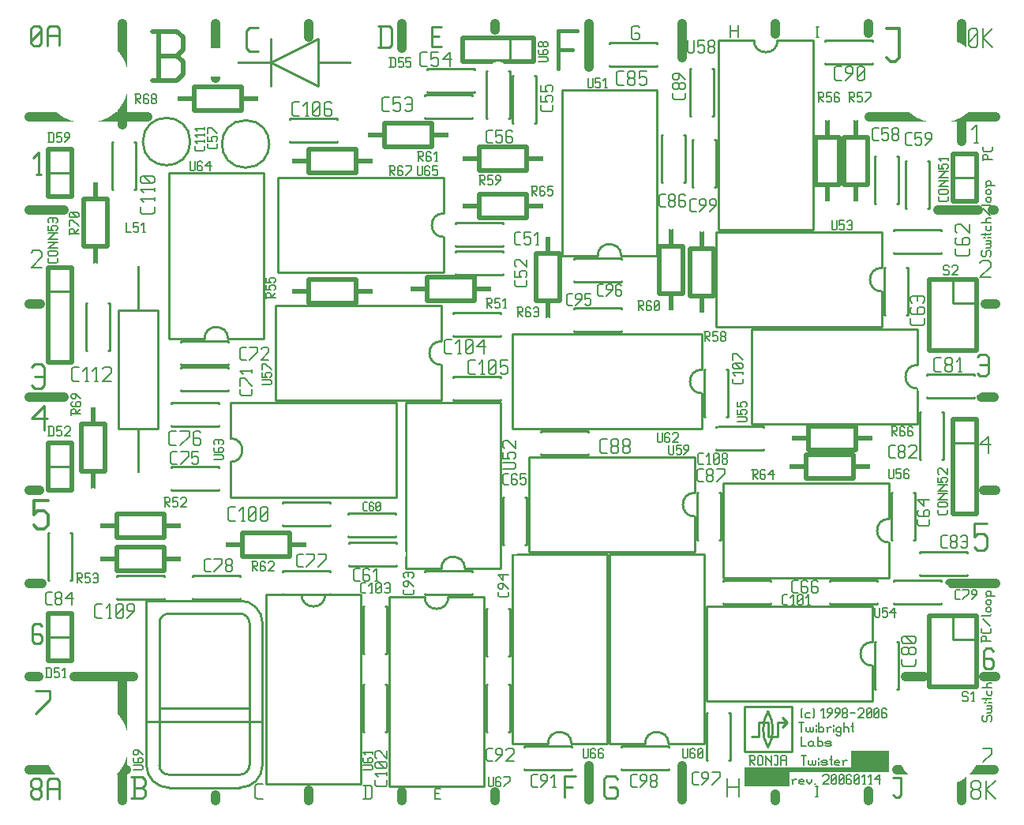
<source format=gbr>
G04 Title: Ronja Twister, silkscreen, component side *
G04 Creator: pcb-bin 20050609 *
G04 CreationDate: Sat Jan 14 17:56:02 2006 UTC *
G04 For: clock *
G04 Format: Gerber/RS-274X *
G04 PCB-Dimensions: 408000 328000 *
G04 PCB-Coordinate-Origin: lower left *
%MOIN*%
%FSLAX24Y24*%
%IPPOS*%
%ADD11C,0.0200*%
%ADD12C,0.0800*%
%ADD13C,0.1080*%
%ADD14C,0.0400*%
%ADD15C,0.0480*%
%ADD16C,0.0680*%
%ADD17C,0.0120*%
%ADD18C,0.0300*%
%ADD19C,0.0580*%
%ADD20C,0.0700*%
%ADD21C,0.0100*%
%ADD22C,0.0374*%
%ADD23C,0.0600*%
%ADD24C,0.0880X0.0600*%
%ADD25C,0.0880*%
%ADD26C,0.0160*%
%AMTHERM1*7,0,0,0.0880,0.0600,0.0160,45*%
%ADD27THERM1*%
%ADD28C,0.0080*%
%ADD29R,0.0552X0.0552*%
%ADD30R,0.0632X0.0632*%
%ADD31R,0.0832X0.0832X0.0552X0.0552*%
%ADD32R,0.0832X0.0832*%
%ADD33C,0.0552*%
%ADD34C,0.0632*%
%ADD35C,0.0832X0.0552*%
%ADD36C,0.0832*%
%ADD37C,0.0225*%
%AMTHERM2*7,0,0,0.1080,0.0800,0.0225,45*%
%ADD38THERM2*%
%ADD39C,0.1080X0.0800*%
%ADD40R,0.0800X0.0800*%
%ADD41R,0.0880X0.0880*%
%ADD42R,0.1080X0.1080X0.0800X0.0800*%
%ADD43R,0.1080X0.1080*%
%AMTHERM3*7,0,0,0.1080,0.0800,0.0200,45*%
%ADD44THERM3*%
%ADD45C,0.0156*%
%AMTHERM4*7,0,0,0.0832,0.0552,0.0156,45*%
%ADD46THERM4*%
%ADD47R,0.0600X0.0600*%
%ADD48R,0.0680X0.0680*%
%ADD49R,0.0880X0.0880X0.0600X0.0600*%
%ADD50R,0.1300X0.1300*%
%ADD51R,0.1380X0.1380*%
%ADD52R,0.1580X0.1580X0.1300X0.1300*%
%ADD53R,0.1580X0.1580*%
%ADD54C,0.1300*%
%ADD55C,0.1380*%
%ADD56C,0.1580X0.1300*%
%ADD57C,0.1580*%
%ADD58R,0.1200X0.1200*%
%ADD59R,0.1280X0.1280*%
%AMTHERM5*7,0,0,0.1480,0.1200,0.0300,45*%
%ADD60THERM5*%
%ADD61R,0.1480X0.1480X0.1200X0.1200*%
%ADD62R,0.1480X0.1480*%
%ADD63C,0.1200*%
%ADD64C,0.1280*%
%ADD65C,0.1480X0.1200*%
%ADD66C,0.1480*%
%ADD67C,0.0091*%
%ADD68C,0.0112*%
%ADD69C,0.0084*%
%ADD70C,0.0105*%
%ADD71C,0.0118*%
%ADD72C,0.0098*%
%ADD73C,0.0139*%
%ADD74C,0.0159*%
%ADD75C,0.0207*%
%ADD76C,0.0760*%
%ADD77C,0.0760X0.0480*%
%ADD78C,0.0860*%
%ADD79C,0.0860X0.0580*%
%ADD80C,0.0560*%
%ADD81C,0.0840*%
%ADD82C,0.0840X0.0560*%
%ADD83C,0.0650*%
%ADD84C,0.0930*%
%ADD85C,0.0930X0.0650*%
%ADD86C,0.3600*%
%ADD87C,0.3680*%
%ADD88C,0.0950*%
%AMTHERM6*7,0,0,0.3880,0.3600,0.0950,45*%
%ADD89THERM6*%
%ADD90C,0.3880*%
%ADD91C,0.3880X0.3600*%
%ADD92C,0.1100*%
%AMTHERM7*7,0,0,0.1380,0.1100,0.0300,45*%
%ADD93THERM7*%
%ADD94C,0.1380X0.1100*%
%LNGROUP_1*%
%LPD*%
G01X0Y0D02*
G54D21*X4950Y8450D02*X8900D01*
X9850Y7500D02*Y1500D01*
X5900Y550D02*X8900D01*
X4950Y8450D02*Y1500D01*
X5900Y7900D02*X8900D01*
X9300Y7500D02*Y1500D01*
X5900Y1100D02*X8900D01*
X5500Y7500D02*Y1500D01*
X9850Y7500D02*G75*G03X8900Y8450I-950J0D01*G01*
Y550D02*G75*G03X9850Y1500I0J950D01*G01*
X4950D02*G75*G03X5900Y550I950J0D01*G01*
X9300Y7500D02*G75*G03X8900Y7900I-400J0D01*G01*
Y1100D02*G75*G03X9300Y1500I0J400D01*G01*
X5500D02*G75*G03X5900Y1100I400J0D01*G01*
Y7900D02*G75*G03X5500Y7500I0J-400D01*G01*
G04 Text: U69 *
G54D28*X4400Y1300D02*X4750D01*
X4800Y1350D01*
Y1450D02*Y1350D01*
Y1450D02*X4750Y1500D01*
X4400D02*X4750D01*
X4400Y1770D02*X4450Y1820D01*
X4400Y1770D02*Y1670D01*
X4450Y1620D02*X4400Y1670D01*
X4450Y1620D02*X4750D01*
X4800Y1670D01*
X4600Y1770D02*X4650Y1820D01*
X4600Y1770D02*Y1620D01*
X4800Y1770D02*Y1670D01*
Y1770D02*X4750Y1820D01*
X4650D02*X4750D01*
X4800Y1940D02*X4600Y2140D01*
X4450D02*X4600D01*
X4400Y2090D02*X4450Y2140D01*
X4400Y2090D02*Y1990D01*
X4450Y1940D02*X4400Y1990D01*
X4450Y1940D02*X4550D01*
X4600Y1990D01*
Y2140D02*Y1990D01*
G54D21*X28500Y10400D02*Y2400D01*
X24500Y10400D02*X28500D01*
X24500D02*Y2400D01*
X27000D02*X28500D01*
X24500D02*X26000D01*
X27000D02*G75*G03X26000Y2400I-500J0D01*G01*
G04 Text: U60 *
G54D28*X27600Y2200D02*Y1850D01*
X27650Y1800D01*
X27750D01*
X27800Y1850D01*
Y2200D02*Y1850D01*
X28070Y2200D02*X28120Y2150D01*
X27970Y2200D02*X28070D01*
X27920Y2150D02*X27970Y2200D01*
X27920Y2150D02*Y1850D01*
X27970Y1800D01*
X28070Y2000D02*X28120Y1950D01*
X27920Y2000D02*X28070D01*
X27970Y1800D02*X28070D01*
X28120Y1850D01*
Y1950D02*Y1850D01*
X28240D02*X28290Y1800D01*
X28240Y2150D02*Y1850D01*
Y2150D02*X28290Y2200D01*
X28390D01*
X28440Y2150D01*
Y1850D01*
X28390Y1800D02*X28440Y1850D01*
X28290Y1800D02*X28390D01*
X28240Y1900D02*X28440Y2100D01*
G54D21*X29550Y3700D02*X29600D01*
Y1700D01*
X29550D02*X29600D01*
X28600D02*X28650D01*
X28600Y3700D02*Y1700D01*
Y3700D02*X28650D01*
G04 Text: C97 *
G54D28*X28065Y680D02*X28260D01*
X28000Y745D02*X28065Y680D01*
X28000Y1135D02*Y745D01*
Y1135D02*X28065Y1200D01*
X28260D01*
X28416Y680D02*X28676Y940D01*
Y1135D02*Y940D01*
X28611Y1200D02*X28676Y1135D01*
X28481Y1200D02*X28611D01*
X28416Y1135D02*X28481Y1200D01*
X28416Y1135D02*Y1005D01*
X28481Y940D01*
X28676D01*
X28832Y680D02*X29157Y1005D01*
Y1200D02*Y1005D01*
X28832Y1200D02*X29157D01*
G54D11*X38000Y22000D02*X40000D01*
X38000D02*Y19000D01*
X40000D01*
Y22000D02*Y19000D01*
G54D21*X39000Y22000D02*Y21000D01*
X40000D01*
G04 Text: S2 *
G54D28*X38800Y22600D02*X38850Y22550D01*
X38650Y22600D02*X38800D01*
X38600Y22550D02*X38650Y22600D01*
X38600Y22550D02*Y22450D01*
X38650Y22400D01*
X38800D01*
X38850Y22350D01*
Y22250D01*
X38800Y22200D02*X38850Y22250D01*
X38650Y22200D02*X38800D01*
X38600Y22250D02*X38650Y22200D01*
X38970Y22550D02*X39020Y22600D01*
X39170D01*
X39220Y22550D01*
Y22450D01*
X38970Y22200D02*X39220Y22450D01*
X38970Y22200D02*X39220D01*
G54D21*X1800Y7900D02*Y6900D01*
X800D02*X1800D01*
G54D11*X800Y7900D02*X1800D01*
Y5900D01*
X800D02*X1800D01*
X800Y7900D02*Y5900D01*
G04 Text: D51 *
G54D28*X750Y5600D02*Y5200D01*
X900Y5600D02*X950Y5550D01*
Y5250D01*
X900Y5200D02*X950Y5250D01*
X700Y5200D02*X900D01*
X700Y5600D02*X900D01*
X1070D02*X1270D01*
X1070D02*Y5400D01*
X1120Y5450D01*
X1220D01*
X1270Y5400D01*
Y5250D01*
X1220Y5200D02*X1270Y5250D01*
X1120Y5200D02*X1220D01*
X1070Y5250D02*X1120Y5200D01*
X1440D02*X1540D01*
X1490Y5600D02*Y5200D01*
X1390Y5500D02*X1490Y5600D01*
G54D11*X39000Y16100D02*Y12100D01*
X40000D01*
Y16100D02*Y12100D01*
X39000Y16100D02*X40000D01*
G54D21*X39000Y15100D02*X40000D01*
Y16100D02*Y15100D01*
G04 Text: CONN52 *
G54D28*X38754Y12275D02*Y12125D01*
X38704Y12075D02*X38754Y12125D01*
X38404Y12075D02*X38704D01*
X38404D02*X38354Y12125D01*
Y12275D02*Y12125D01*
X38404Y12395D02*X38704D01*
X38404D02*X38354Y12445D01*
Y12545D02*Y12445D01*
Y12545D02*X38404Y12595D01*
X38704D01*
X38754Y12545D02*X38704Y12595D01*
X38754Y12545D02*Y12445D01*
X38704Y12395D02*X38754Y12445D01*
X38354Y12715D02*X38754D01*
X38354D02*X38404D01*
X38654Y12965D01*
X38354D02*X38754D01*
X38354Y13085D02*X38754D01*
X38354D02*X38404D01*
X38654Y13335D01*
X38354D02*X38754D01*
X38354Y13656D02*Y13456D01*
X38554D01*
X38504Y13506D01*
Y13606D02*Y13506D01*
Y13606D02*X38554Y13656D01*
X38704D01*
X38754Y13606D02*X38704Y13656D01*
X38754Y13606D02*Y13506D01*
X38704Y13456D02*X38754Y13506D01*
X38404Y13776D02*X38354Y13826D01*
Y13976D02*Y13826D01*
Y13976D02*X38404Y14026D01*
X38504D01*
X38754Y13776D02*X38504Y14026D01*
X38754D02*Y13776D01*
G54D21*X20300Y31200D02*X21300D01*
X20300Y32200D02*Y31200D01*
G54D11*X21300Y32200D02*Y31200D01*
X18300D02*X21300D01*
X18300Y32200D02*Y31200D01*
Y32200D02*X21300D01*
G04 Text: U68 *
G54D28*X21500Y31200D02*X21850D01*
X21900Y31250D01*
Y31350D02*Y31250D01*
Y31350D02*X21850Y31400D01*
X21500D02*X21850D01*
X21500Y31670D02*X21550Y31720D01*
X21500Y31670D02*Y31570D01*
X21550Y31520D02*X21500Y31570D01*
X21550Y31520D02*X21850D01*
X21900Y31570D01*
X21700Y31670D02*X21750Y31720D01*
X21700Y31670D02*Y31520D01*
X21900Y31670D02*Y31570D01*
Y31670D02*X21850Y31720D01*
X21750D02*X21850D01*
Y31840D02*X21900Y31890D01*
X21750Y31840D02*X21850D01*
X21750D02*X21700Y31890D01*
Y31990D02*Y31890D01*
Y31990D02*X21750Y32040D01*
X21850D01*
X21900Y31990D02*X21850Y32040D01*
X21900Y31990D02*Y31890D01*
X21650Y31840D02*X21700Y31890D01*
X21550Y31840D02*X21650D01*
X21550D02*X21500Y31890D01*
Y31990D02*Y31890D01*
Y31990D02*X21550Y32040D01*
X21650D01*
X21700Y31990D02*X21650Y32040D01*
G54D11*X800Y22500D02*Y18500D01*
X1800D01*
Y22500D02*Y18500D01*
X800Y22500D02*X1800D01*
G54D21*X800Y21500D02*X1800D01*
Y22500D02*Y21500D01*
G04 Text: CONN53 *
G54D28*X1200Y22900D02*Y22750D01*
X1150Y22700D02*X1200Y22750D01*
X850Y22700D02*X1150D01*
X850D02*X800Y22750D01*
Y22900D02*Y22750D01*
X850Y23020D02*X1150D01*
X850D02*X800Y23070D01*
Y23170D02*Y23070D01*
Y23170D02*X850Y23220D01*
X1150D01*
X1200Y23170D02*X1150Y23220D01*
X1200Y23170D02*Y23070D01*
X1150Y23020D02*X1200Y23070D01*
X800Y23340D02*X1200D01*
X800D02*X850D01*
X1100Y23590D01*
X800D02*X1200D01*
X800Y23710D02*X1200D01*
X800D02*X850D01*
X1100Y23960D01*
X800D02*X1200D01*
X800Y24280D02*Y24080D01*
X1000D01*
X950Y24130D01*
Y24230D02*Y24130D01*
Y24230D02*X1000Y24280D01*
X1150D01*
X1200Y24230D02*X1150Y24280D01*
X1200Y24230D02*Y24130D01*
X1150Y24080D02*X1200Y24130D01*
X850Y24400D02*X800Y24450D01*
Y24550D02*Y24450D01*
Y24550D02*X850Y24600D01*
X1150D01*
X1200Y24550D02*X1150Y24600D01*
X1200Y24550D02*Y24450D01*
X1150Y24400D02*X1200Y24450D01*
X1000Y24600D02*Y24450D01*
G54D21*X10500Y26300D02*X17500D01*
X10500D02*Y22300D01*
X17500D01*
Y26300D02*Y24800D01*
Y23800D02*Y22300D01*
Y24800D02*G75*G03X17500Y23800I0J-500D01*G01*
G04 Text: U65 *
G54D28*X16400Y26800D02*Y26450D01*
X16450Y26400D01*
X16550D01*
X16600Y26450D01*
Y26800D02*Y26450D01*
X16870Y26800D02*X16920Y26750D01*
X16770Y26800D02*X16870D01*
X16720Y26750D02*X16770Y26800D01*
X16720Y26750D02*Y26450D01*
X16770Y26400D01*
X16870Y26600D02*X16920Y26550D01*
X16720Y26600D02*X16870D01*
X16770Y26400D02*X16870D01*
X16920Y26450D01*
Y26550D02*Y26450D01*
X17040Y26800D02*X17240D01*
X17040D02*Y26600D01*
X17090Y26650D01*
X17190D01*
X17240Y26600D01*
Y26450D01*
X17190Y26400D02*X17240Y26450D01*
X17090Y26400D02*X17190D01*
X17040Y26450D02*X17090Y26400D01*
G54D21*X30500Y19900D02*X37500D01*
X30500D02*Y15900D01*
X37500D01*
Y19900D02*Y18400D01*
Y17400D02*Y15900D01*
Y18400D02*G75*G03X37500Y17400I0J-500D01*G01*
G04 Text: U55 *
G54D28*X29900Y16000D02*X30250D01*
X30300Y16050D01*
Y16150D02*Y16050D01*
Y16150D02*X30250Y16200D01*
X29900D02*X30250D01*
X29900Y16520D02*Y16320D01*
X30100D01*
X30050Y16370D01*
Y16470D02*Y16370D01*
Y16470D02*X30100Y16520D01*
X30250D01*
X30300Y16470D02*X30250Y16520D01*
X30300Y16470D02*Y16370D01*
X30250Y16320D02*X30300Y16370D01*
X29900Y16840D02*Y16640D01*
X30100D01*
X30050Y16690D01*
Y16790D02*Y16690D01*
Y16790D02*X30100Y16840D01*
X30250D01*
X30300Y16790D02*X30250Y16840D01*
X30300Y16790D02*Y16690D01*
X30250Y16640D02*X30300Y16690D01*
G54D21*X9140Y28730D02*G75*G03X9140Y28730I0J-1000D01*G01*
G04 Text: C57 *
G54D28*X7940Y27730D02*Y27580D01*
X7890Y27530D02*X7940Y27580D01*
X7590Y27530D02*X7890D01*
X7590D02*X7540Y27580D01*
Y27730D02*Y27580D01*
Y28050D02*Y27850D01*
X7740D01*
X7690Y27900D01*
Y28000D02*Y27900D01*
Y28000D02*X7740Y28050D01*
X7890D01*
X7940Y28000D02*X7890Y28050D01*
X7940Y28000D02*Y27900D01*
X7890Y27850D02*X7940Y27900D01*
Y28170D02*X7690Y28420D01*
X7540D02*X7690D01*
X7540D02*Y28170D01*
G54D11*X11800Y22000D02*X13800D01*
Y21000D01*
X11800D02*X13800D01*
X11800Y22000D02*Y21000D01*
X10800Y21500D02*X11800D01*
X13800D02*X14800D01*
G04 Text: R55 *
G54D28*X10000Y21400D02*Y21200D01*
Y21400D02*X10050Y21450D01*
X10150D01*
X10200Y21400D02*X10150Y21450D01*
X10200Y21400D02*Y21250D01*
X10000D02*X10400D01*
X10200D02*X10400Y21450D01*
X10000Y21770D02*Y21570D01*
X10200D01*
X10150Y21620D01*
Y21720D02*Y21620D01*
Y21720D02*X10200Y21770D01*
X10350D01*
X10400Y21720D02*X10350Y21770D01*
X10400Y21720D02*Y21620D01*
X10350Y21570D02*X10400Y21620D01*
X10000Y22090D02*Y21890D01*
X10200D01*
X10150Y21940D01*
Y22040D02*Y21940D01*
Y22040D02*X10200Y22090D01*
X10350D01*
X10400Y22040D02*X10350Y22090D01*
X10400Y22040D02*Y21940D01*
X10350Y21890D02*X10400Y21940D01*
G54D21*X4600Y23200D02*Y20700D01*
Y15700D02*Y13200D01*
X5430Y20700D02*Y15700D01*
X3770D02*X5430D01*
X3770Y20700D02*Y15700D01*
Y20700D02*X5430D01*
G04 Text: L51 *
G54D28*X4100Y24400D02*Y24000D01*
X4300D01*
X4420Y24400D02*X4620D01*
X4420D02*Y24200D01*
X4470Y24250D01*
X4570D01*
X4620Y24200D01*
Y24050D01*
X4570Y24000D02*X4620Y24050D01*
X4470Y24000D02*X4570D01*
X4420Y24050D02*X4470Y24000D01*
X4790D02*X4890D01*
X4840Y24400D02*Y24000D01*
X4740Y24300D02*X4840Y24400D01*
G54D11*X3200Y15900D02*Y13900D01*
X2200D02*X3200D01*
X2200Y15900D02*Y13900D01*
Y15900D02*X3200D01*
X2700Y16900D02*Y15900D01*
Y13900D02*Y12900D01*
G04 Text: R69 *
G54D28*X1771Y16484D02*Y16284D01*
Y16484D02*X1821Y16534D01*
X1921D01*
X1971Y16484D02*X1921Y16534D01*
X1971Y16484D02*Y16334D01*
X1771D02*X2171D01*
X1971D02*X2171Y16534D01*
X1771Y16804D02*X1821Y16854D01*
X1771Y16804D02*Y16704D01*
X1821Y16654D02*X1771Y16704D01*
X1821Y16654D02*X2121D01*
X2171Y16704D01*
X1971Y16804D02*X2021Y16854D01*
X1971Y16804D02*Y16654D01*
X2171Y16804D02*Y16704D01*
Y16804D02*X2121Y16854D01*
X2021D02*X2121D01*
X2171Y16974D02*X1971Y17174D01*
X1821D02*X1971D01*
X1771Y17124D02*X1821Y17174D01*
X1771Y17124D02*Y17024D01*
X1821Y16974D02*X1771Y17024D01*
X1821Y16974D02*X1921D01*
X1971Y17024D01*
Y17174D02*Y17024D01*
G54D21*X29100Y32100D02*Y24100D01*
X33100D01*
Y32100D02*Y24100D01*
X29100Y32100D02*X30600D01*
X31600D02*X33100D01*
X30600D02*G75*G03X31600Y32100I500J0D01*G01*
G04 Text: U58 *
G54D28*X27800D02*Y31631D01*
X27867Y31564D01*
X28001D01*
X28068Y31631D01*
Y32100D02*Y31631D01*
X28228Y32100D02*X28496D01*
X28228D02*Y31832D01*
X28295Y31899D01*
X28429D01*
X28496Y31832D01*
Y31631D01*
X28429Y31564D02*X28496Y31631D01*
X28295Y31564D02*X28429D01*
X28228Y31631D02*X28295Y31564D01*
X28657Y31631D02*X28724Y31564D01*
X28657Y31765D02*Y31631D01*
Y31765D02*X28724Y31832D01*
X28858D01*
X28925Y31765D01*
Y31631D01*
X28858Y31564D02*X28925Y31631D01*
X28724Y31564D02*X28858D01*
X28657Y31899D02*X28724Y31832D01*
X28657Y32033D02*Y31899D01*
Y32033D02*X28724Y32100D01*
X28858D01*
X28925Y32033D01*
Y31899D01*
X28858Y31832D02*X28925Y31899D01*
G54D11*X3700Y10700D02*X5700D01*
Y9700D01*
X3700D02*X5700D01*
X3700Y10700D02*Y9700D01*
X2700Y10200D02*X3700D01*
X5700D02*X6700D01*
G04 Text: R53 *
G54D28*X2000Y9600D02*X2200D01*
X2250Y9550D01*
Y9450D01*
X2200Y9400D02*X2250Y9450D01*
X2050Y9400D02*X2200D01*
X2050Y9600D02*Y9200D01*
Y9400D02*X2250Y9200D01*
X2370Y9600D02*X2570D01*
X2370D02*Y9400D01*
X2420Y9450D01*
X2520D01*
X2570Y9400D01*
Y9250D01*
X2520Y9200D02*X2570Y9250D01*
X2420Y9200D02*X2520D01*
X2370Y9250D02*X2420Y9200D01*
X2690Y9550D02*X2740Y9600D01*
X2840D01*
X2890Y9550D01*
Y9250D01*
X2840Y9200D02*X2890Y9250D01*
X2740Y9200D02*X2840D01*
X2690Y9250D02*X2740Y9200D01*
Y9400D02*X2890D01*
G54D21*X29150Y11000D02*X29200D01*
Y13000D02*Y11000D01*
X29150Y13000D02*X29200D01*
X28200D02*X28250D01*
X28200D02*Y11000D01*
X28250D01*
G04 Text: C87 *
G54D28*X28265Y13480D02*X28460D01*
X28200Y13545D02*X28265Y13480D01*
X28200Y13935D02*Y13545D01*
Y13935D02*X28265Y14000D01*
X28460D01*
X28616Y13545D02*X28681Y13480D01*
X28616Y13675D02*Y13545D01*
Y13675D02*X28681Y13740D01*
X28811D01*
X28876Y13675D01*
Y13545D01*
X28811Y13480D02*X28876Y13545D01*
X28681Y13480D02*X28811D01*
X28616Y13805D02*X28681Y13740D01*
X28616Y13935D02*Y13805D01*
Y13935D02*X28681Y14000D01*
X28811D01*
X28876Y13935D01*
Y13805D01*
X28811Y13740D02*X28876Y13805D01*
X29032Y13480D02*X29357Y13805D01*
Y14000D02*Y13805D01*
X29032Y14000D02*X29357D01*
G54D11*X34400Y28000D02*Y26000D01*
Y28000D02*X35400D01*
Y26000D01*
X34400D02*X35400D01*
X34900D02*Y25000D01*
Y29000D02*Y28000D01*
G04 Text: R57 *
G54D28*X34600Y29900D02*X34800D01*
X34850Y29850D01*
Y29750D01*
X34800Y29700D02*X34850Y29750D01*
X34650Y29700D02*X34800D01*
X34650Y29900D02*Y29500D01*
Y29700D02*X34850Y29500D01*
X34970Y29900D02*X35170D01*
X34970D02*Y29700D01*
X35020Y29750D01*
X35120D01*
X35170Y29700D01*
Y29550D01*
X35120Y29500D02*X35170Y29550D01*
X35020Y29500D02*X35120D01*
X34970Y29550D02*X35020Y29500D01*
X35290D02*X35540Y29750D01*
Y29900D02*Y29750D01*
X35290Y29900D02*X35540D01*
G54D21*X26500Y32000D02*Y31950D01*
X24500Y32000D02*X26500D01*
X24500D02*Y31950D01*
Y31050D02*Y31000D01*
X26500D01*
Y31050D02*Y31000D01*
G04 Text: C85 *
G54D28*X24875Y30200D02*X25100D01*
X24800Y30275D02*X24875Y30200D01*
X24800Y30725D02*Y30275D01*
Y30725D02*X24875Y30800D01*
X25100D01*
X25280Y30275D02*X25355Y30200D01*
X25280Y30425D02*Y30275D01*
Y30425D02*X25355Y30500D01*
X25505D01*
X25580Y30425D01*
Y30275D01*
X25505Y30200D02*X25580Y30275D01*
X25355Y30200D02*X25505D01*
X25280Y30575D02*X25355Y30500D01*
X25280Y30725D02*Y30575D01*
Y30725D02*X25355Y30800D01*
X25505D01*
X25580Y30725D01*
Y30575D01*
X25505Y30500D02*X25580Y30575D01*
X25760Y30800D02*X26060D01*
X25760D02*Y30500D01*
X25835Y30575D01*
X25985D01*
X26060Y30500D01*
Y30275D01*
X25985Y30200D02*X26060Y30275D01*
X25835Y30200D02*X25985D01*
X25760Y30275D02*X25835Y30200D01*
G54D11*X39000Y27300D02*Y25300D01*
X40000D01*
Y27300D02*Y25300D01*
X39000Y27300D02*X40000D01*
G54D21*X39000Y26300D02*X40000D01*
Y27300D02*Y26300D01*
G04 Text: CONN51 *
G54D28*X38800Y25500D02*Y25350D01*
X38750Y25300D02*X38800Y25350D01*
X38450Y25300D02*X38750D01*
X38450D02*X38400Y25350D01*
Y25500D02*Y25350D01*
X38450Y25620D02*X38750D01*
X38450D02*X38400Y25670D01*
Y25770D02*Y25670D01*
Y25770D02*X38450Y25820D01*
X38750D01*
X38800Y25770D02*X38750Y25820D01*
X38800Y25770D02*Y25670D01*
X38750Y25620D02*X38800Y25670D01*
X38400Y25940D02*X38800D01*
X38400D02*X38450D01*
X38700Y26190D01*
X38400D02*X38800D01*
X38400Y26310D02*X38800D01*
X38400D02*X38450D01*
X38700Y26560D01*
X38400D02*X38800D01*
X38400Y26880D02*Y26680D01*
X38600D01*
X38550Y26730D01*
Y26830D02*Y26730D01*
Y26830D02*X38600Y26880D01*
X38750D01*
X38800Y26830D02*X38750Y26880D01*
X38800Y26830D02*Y26730D01*
X38750Y26680D02*X38800Y26730D01*
Y27150D02*Y27050D01*
X38400Y27100D02*X38800D01*
X38500Y27000D02*X38400Y27100D01*
G54D21*X27000Y2300D02*Y2250D01*
X25000Y2300D02*X27000D01*
X25000D02*Y2250D01*
Y1350D02*Y1300D01*
X27000D01*
Y1350D02*Y1300D01*
G04 Text: C98 *
G54D28*X25465Y580D02*X25660D01*
X25400Y645D02*X25465Y580D01*
X25400Y1035D02*Y645D01*
Y1035D02*X25465Y1100D01*
X25660D01*
X25816Y580D02*X26076Y840D01*
Y1035D02*Y840D01*
X26011Y1100D02*X26076Y1035D01*
X25881Y1100D02*X26011D01*
X25816Y1035D02*X25881Y1100D01*
X25816Y1035D02*Y905D01*
X25881Y840D01*
X26076D01*
X26232Y645D02*X26297Y580D01*
X26232Y775D02*Y645D01*
Y775D02*X26297Y840D01*
X26427D01*
X26492Y775D01*
Y645D01*
X26427Y580D02*X26492Y645D01*
X26297Y580D02*X26427D01*
X26232Y905D02*X26297Y840D01*
X26232Y1035D02*Y905D01*
Y1035D02*X26297Y1100D01*
X26427D01*
X26492Y1035D01*
Y905D01*
X26427Y840D02*X26492Y905D01*
G54D21*X28000Y27900D02*X28050D01*
X28000D02*Y25900D01*
X28050D01*
X28950D02*X29000D01*
Y27900D02*Y25900D01*
X28950Y27900D02*X29000D01*
G04 Text: C99 *
G54D28*X27965Y24880D02*X28160D01*
X27900Y24945D02*X27965Y24880D01*
X27900Y25335D02*Y24945D01*
Y25335D02*X27965Y25400D01*
X28160D01*
X28316Y24880D02*X28576Y25140D01*
Y25335D02*Y25140D01*
X28511Y25400D02*X28576Y25335D01*
X28381Y25400D02*X28511D01*
X28316Y25335D02*X28381Y25400D01*
X28316Y25335D02*Y25205D01*
X28381Y25140D01*
X28576D01*
X28732Y24880D02*X28992Y25140D01*
Y25335D02*Y25140D01*
X28927Y25400D02*X28992Y25335D01*
X28797Y25400D02*X28927D01*
X28732Y25335D02*X28797Y25400D01*
X28732Y25335D02*Y25205D01*
X28797Y25140D01*
X28992D01*
G54D21*X35600Y32100D02*Y32050D01*
X33600Y32100D02*X35600D01*
X33600D02*Y32050D01*
Y31150D02*Y31100D01*
X35600D01*
Y31150D02*Y31100D01*
G04 Text: C90 *
G54D28*X34075Y30400D02*X34300D01*
X34000Y30475D02*X34075Y30400D01*
X34000Y30925D02*Y30475D01*
Y30925D02*X34075Y31000D01*
X34300D01*
X34480Y30400D02*X34780Y30700D01*
Y30925D02*Y30700D01*
X34705Y31000D02*X34780Y30925D01*
X34555Y31000D02*X34705D01*
X34480Y30925D02*X34555Y31000D01*
X34480Y30925D02*Y30775D01*
X34555Y30700D01*
X34780D01*
X34960Y30475D02*X35035Y30400D01*
X34960Y30925D02*Y30475D01*
Y30925D02*X35035Y31000D01*
X35185D01*
X35260Y30925D01*
Y30475D01*
X35185Y30400D02*X35260Y30475D01*
X35035Y30400D02*X35185D01*
X34960Y30550D02*X35260Y30850D01*
G54D21*X28850Y28900D02*X28900D01*
Y30900D02*Y28900D01*
X28850Y30900D02*X28900D01*
X27900D02*X27950D01*
X27900D02*Y28900D01*
X27950D01*
G04 Text: C89 *
G54D28*X27697Y29882D02*Y29687D01*
X27632Y29622D02*X27697Y29687D01*
X27242Y29622D02*X27632D01*
X27242D02*X27177Y29687D01*
Y29882D02*Y29687D01*
X27632Y30038D02*X27697Y30103D01*
X27502Y30038D02*X27632D01*
X27502D02*X27437Y30103D01*
Y30233D02*Y30103D01*
Y30233D02*X27502Y30298D01*
X27632D01*
X27697Y30233D02*X27632Y30298D01*
X27697Y30233D02*Y30103D01*
X27372Y30038D02*X27437Y30103D01*
X27242Y30038D02*X27372D01*
X27242D02*X27177Y30103D01*
Y30233D02*Y30103D01*
Y30233D02*X27242Y30298D01*
X27372D01*
X27437Y30233D02*X27372Y30298D01*
X27697Y30455D02*X27437Y30715D01*
X27242D02*X27437D01*
X27177Y30650D02*X27242Y30715D01*
X27177Y30650D02*Y30520D01*
X27242Y30455D02*X27177Y30520D01*
X27242Y30455D02*X27372D01*
X27437Y30520D01*
Y30715D02*Y30520D01*
G54D21*X18700Y29800D02*Y29750D01*
X16700Y29800D02*X18700D01*
X16700D02*Y29750D01*
Y28850D02*Y28800D01*
X18700D01*
Y28850D02*Y28800D01*
G04 Text: C53 *
G54D28*X14975Y29100D02*X15200D01*
X14900Y29175D02*X14975Y29100D01*
X14900Y29625D02*Y29175D01*
Y29625D02*X14975Y29700D01*
X15200D01*
X15380D02*X15680D01*
X15380D02*Y29400D01*
X15455Y29475D01*
X15605D01*
X15680Y29400D01*
Y29175D01*
X15605Y29100D02*X15680Y29175D01*
X15455Y29100D02*X15605D01*
X15380Y29175D02*X15455Y29100D01*
X15860Y29625D02*X15935Y29700D01*
X16085D01*
X16160Y29625D01*
Y29175D01*
X16085Y29100D02*X16160Y29175D01*
X15935Y29100D02*X16085D01*
X15860Y29175D02*X15935Y29100D01*
Y29400D02*X16160D01*
G54D21*X25000Y22900D02*Y22850D01*
X23000Y22900D02*X25000D01*
X23000D02*Y22850D01*
Y21950D02*Y21900D01*
X25000D01*
Y21950D02*Y21900D01*
G04 Text: C96 *
G54D28*X24060Y21320D02*X24240D01*
X24000Y21380D02*X24060Y21320D01*
X24000Y21740D02*Y21380D01*
Y21740D02*X24060Y21800D01*
X24240D01*
X24384Y21320D02*X24624Y21560D01*
Y21740D02*Y21560D01*
X24564Y21800D02*X24624Y21740D01*
X24444Y21800D02*X24564D01*
X24384Y21740D02*X24444Y21800D01*
X24384Y21740D02*Y21620D01*
X24444Y21560D01*
X24624D01*
X24948Y21800D02*X25008Y21740D01*
X24828Y21800D02*X24948D01*
X24768Y21740D02*X24828Y21800D01*
X24768Y21740D02*Y21380D01*
X24828Y21320D01*
X24948Y21560D02*X25008Y21500D01*
X24768Y21560D02*X24948D01*
X24828Y21320D02*X24948D01*
X25008Y21380D01*
Y21500D02*Y21380D01*
G54D21*X19900Y17900D02*Y17850D01*
X17900Y17900D02*X19900D01*
X17900D02*Y17850D01*
Y16950D02*Y16900D01*
X19900D01*
Y16950D02*Y16900D01*
G04 Text: C105 *
G54D28*X18598Y17999D02*X18823D01*
X18523Y18074D02*X18598Y17999D01*
X18523Y18524D02*Y18074D01*
Y18524D02*X18598Y18599D01*
X18823D01*
X19078Y17999D02*X19228D01*
X19153Y18599D02*Y17999D01*
X19003Y18449D02*X19153Y18599D01*
X19408Y18074D02*X19483Y17999D01*
X19408Y18524D02*Y18074D01*
Y18524D02*X19483Y18599D01*
X19633D01*
X19708Y18524D01*
Y18074D01*
X19633Y17999D02*X19708Y18074D01*
X19483Y17999D02*X19633D01*
X19408Y18149D02*X19708Y18449D01*
X19888Y18599D02*X20188D01*
X19888D02*Y18299D01*
X19963Y18374D01*
X20113D01*
X20188Y18299D01*
Y18074D01*
X20113Y17999D02*X20188Y18074D01*
X19963Y17999D02*X20113D01*
X19888Y18074D02*X19963Y17999D01*
G54D21*X19900Y20600D02*Y20550D01*
X17900Y20600D02*X19900D01*
X17900D02*Y20550D01*
Y19650D02*Y19600D01*
X19900D01*
Y19650D02*Y19600D01*
G04 Text: C104 *
G54D28*X17614Y18869D02*X17839D01*
X17539Y18944D02*X17614Y18869D01*
X17539Y19394D02*Y18944D01*
Y19394D02*X17614Y19469D01*
X17839D01*
X18094Y18869D02*X18244D01*
X18169Y19469D02*Y18869D01*
X18019Y19319D02*X18169Y19469D01*
X18424Y18944D02*X18499Y18869D01*
X18424Y19394D02*Y18944D01*
Y19394D02*X18499Y19469D01*
X18649D01*
X18724Y19394D01*
Y18944D01*
X18649Y18869D02*X18724Y18944D01*
X18499Y18869D02*X18649D01*
X18424Y19019D02*X18724Y19319D01*
X18904Y19169D02*X19204Y19469D01*
X18904Y19169D02*X19279D01*
X19204Y19469D02*Y18869D01*
G54D21*X13000Y28800D02*Y28750D01*
X11000Y28800D02*X13000D01*
X11000D02*Y28750D01*
Y27850D02*Y27800D01*
X13000D01*
Y27850D02*Y27800D01*
G04 Text: C106 *
G54D28*X11175Y28900D02*X11400D01*
X11100Y28975D02*X11175Y28900D01*
X11100Y29425D02*Y28975D01*
Y29425D02*X11175Y29500D01*
X11400D01*
X11655Y28900D02*X11805D01*
X11730Y29500D02*Y28900D01*
X11580Y29350D02*X11730Y29500D01*
X11985Y28975D02*X12060Y28900D01*
X11985Y29425D02*Y28975D01*
Y29425D02*X12060Y29500D01*
X12210D01*
X12285Y29425D01*
Y28975D01*
X12210Y28900D02*X12285Y28975D01*
X12060Y28900D02*X12210D01*
X11985Y29050D02*X12285Y29350D01*
X12690Y29500D02*X12765Y29425D01*
X12540Y29500D02*X12690D01*
X12465Y29425D02*X12540Y29500D01*
X12465Y29425D02*Y28975D01*
X12540Y28900D01*
X12690Y29200D02*X12765Y29125D01*
X12465Y29200D02*X12690D01*
X12540Y28900D02*X12690D01*
X12765Y28975D01*
Y29125D02*Y28975D01*
G54D11*X6970Y29130D02*X8970D01*
X6970Y30130D02*Y29130D01*
Y30130D02*X8970D01*
Y29130D01*
Y29630D02*X9970D01*
X5970D02*X6970D01*
G04 Text: R68 *
G54D28*X4470Y29830D02*X4670D01*
X4720Y29780D01*
Y29680D01*
X4670Y29630D02*X4720Y29680D01*
X4520Y29630D02*X4670D01*
X4520Y29830D02*Y29430D01*
Y29630D02*X4720Y29430D01*
X4990Y29830D02*X5040Y29780D01*
X4890Y29830D02*X4990D01*
X4840Y29780D02*X4890Y29830D01*
X4840Y29780D02*Y29480D01*
X4890Y29430D01*
X4990Y29630D02*X5040Y29580D01*
X4840Y29630D02*X4990D01*
X4890Y29430D02*X4990D01*
X5040Y29480D01*
Y29580D02*Y29480D01*
X5160D02*X5210Y29430D01*
X5160Y29580D02*Y29480D01*
Y29580D02*X5210Y29630D01*
X5310D01*
X5360Y29580D01*
Y29480D01*
X5310Y29430D02*X5360Y29480D01*
X5210Y29430D02*X5310D01*
X5160Y29680D02*X5210Y29630D01*
X5160Y29780D02*Y29680D01*
Y29780D02*X5210Y29830D01*
X5310D01*
X5360Y29780D01*
Y29680D01*
X5310Y29630D02*X5360Y29680D01*
G54D21*X6900Y8550D02*Y8500D01*
X8900D01*
Y8550D02*Y8500D01*
Y9500D02*Y9450D01*
X6900Y9500D02*X8900D01*
X6900D02*Y9450D01*
G04 Text: C78 *
G54D28*X7465Y9680D02*X7660D01*
X7400Y9745D02*X7465Y9680D01*
X7400Y10135D02*Y9745D01*
Y10135D02*X7465Y10200D01*
X7660D01*
X7816Y9680D02*X8141Y10005D01*
Y10200D02*Y10005D01*
X7816Y10200D02*X8141D01*
X8297Y9745D02*X8362Y9680D01*
X8297Y9875D02*Y9745D01*
Y9875D02*X8362Y9940D01*
X8492D01*
X8557Y9875D01*
Y9745D01*
X8492Y9680D02*X8557Y9745D01*
X8362Y9680D02*X8492D01*
X8297Y10005D02*X8362Y9940D01*
X8297Y10135D02*Y10005D01*
Y10135D02*X8362Y10200D01*
X8492D01*
X8557Y10135D01*
Y10005D01*
X8492Y9940D02*X8557Y10005D01*
G54D21*X12700Y9700D02*Y9650D01*
X10700Y9700D02*X12700D01*
X10700D02*Y9650D01*
Y8750D02*Y8700D01*
X12700D01*
Y8750D02*Y8700D01*
G04 Text: C77 *
G54D28*X11365Y9880D02*X11560D01*
X11300Y9945D02*X11365Y9880D01*
X11300Y10335D02*Y9945D01*
Y10335D02*X11365Y10400D01*
X11560D01*
X11716Y9880D02*X12041Y10205D01*
Y10400D02*Y10205D01*
X11716Y10400D02*X12041D01*
X12197Y9880D02*X12522Y10205D01*
Y10400D02*Y10205D01*
X12197Y10400D02*X12522D01*
G54D21*X20000Y23200D02*Y23150D01*
X18000Y23200D02*X20000D01*
X18000D02*Y23150D01*
Y22250D02*Y22200D01*
X20000D01*
Y22250D02*Y22200D01*
G04 Text: C52 *
G54D28*X21020Y21960D02*Y21765D01*
X20955Y21700D02*X21020Y21765D01*
X20565Y21700D02*X20955D01*
X20565D02*X20500Y21765D01*
Y21960D02*Y21765D01*
Y22376D02*Y22116D01*
X20760D01*
X20695Y22181D01*
Y22311D02*Y22181D01*
Y22311D02*X20760Y22376D01*
X20955D01*
X21020Y22311D02*X20955Y22376D01*
X21020Y22311D02*Y22181D01*
X20955Y22116D02*X21020Y22181D01*
X20565Y22532D02*X20500Y22597D01*
Y22792D02*Y22597D01*
Y22792D02*X20565Y22857D01*
X20695D01*
X21020Y22532D02*X20695Y22857D01*
X21020D02*Y22532D01*
G54D21*X20000Y24400D02*Y24350D01*
X18000Y24400D02*X20000D01*
X18000D02*Y24350D01*
Y23450D02*Y23400D01*
X20000D01*
Y23450D02*Y23400D01*
G04 Text: C51 *
G54D28*X20557Y23484D02*X20752D01*
X20492Y23549D02*X20557Y23484D01*
X20492Y23939D02*Y23549D01*
Y23939D02*X20557Y24004D01*
X20752D01*
X20908D02*X21168D01*
X20908D02*Y23744D01*
X20973Y23809D01*
X21103D01*
X21168Y23744D01*
Y23549D01*
X21103Y23484D02*X21168Y23549D01*
X20973Y23484D02*X21103D01*
X20908Y23549D02*X20973Y23484D01*
X21389D02*X21519D01*
X21454Y24004D02*Y23484D01*
X21324Y23874D02*X21454Y24004D01*
G54D21*X8400Y19400D02*Y19350D01*
X6400Y19400D02*X8400D01*
X6400D02*Y19350D01*
Y18450D02*Y18400D01*
X8400D01*
Y18450D02*Y18400D01*
G04 Text: C72 *
G54D28*X8962Y18622D02*X9157D01*
X8897Y18687D02*X8962Y18622D01*
X8897Y19077D02*Y18687D01*
Y19077D02*X8962Y19142D01*
X9157D01*
X9313Y18622D02*X9638Y18947D01*
Y19142D02*Y18947D01*
X9313Y19142D02*X9638D01*
X9794Y19077D02*X9859Y19142D01*
X10054D01*
X10119Y19077D01*
Y18947D01*
X9794Y18622D02*X10119Y18947D01*
X9794Y18622D02*X10119D01*
G54D21*X8400Y18300D02*Y18250D01*
X6400Y18300D02*X8400D01*
X6400D02*Y18250D01*
Y17350D02*Y17300D01*
X8400D01*
Y17350D02*Y17300D01*
G04 Text: C71 *
G54D28*X9420Y17360D02*Y17165D01*
X9355Y17100D02*X9420Y17165D01*
X8965Y17100D02*X9355D01*
X8965D02*X8900Y17165D01*
Y17360D02*Y17165D01*
X9420Y17516D02*X9095Y17841D01*
X8900D02*X9095D01*
X8900D02*Y17516D01*
X9420Y18192D02*Y18062D01*
X8900Y18127D02*X9420D01*
X9030Y17997D02*X8900Y18127D01*
G54D21*X6000Y15850D02*Y15800D01*
X8000D01*
Y15850D02*Y15800D01*
Y16800D02*Y16750D01*
X6000Y16800D02*X8000D01*
X6000D02*Y16750D01*
G04 Text: C76 *
G54D28*X5975Y15000D02*X6200D01*
X5900Y15075D02*X5975Y15000D01*
X5900Y15525D02*Y15075D01*
Y15525D02*X5975Y15600D01*
X6200D01*
X6380Y15000D02*X6755Y15375D01*
Y15600D02*Y15375D01*
X6380Y15600D02*X6755D01*
X7160D02*X7235Y15525D01*
X7010Y15600D02*X7160D01*
X6935Y15525D02*X7010Y15600D01*
X6935Y15525D02*Y15075D01*
X7010Y15000D01*
X7160Y15300D02*X7235Y15225D01*
X6935Y15300D02*X7160D01*
X7010Y15000D02*X7160D01*
X7235Y15075D01*
Y15225D02*Y15075D01*
G54D21*X6000Y13150D02*Y13100D01*
X8000D01*
Y13150D02*Y13100D01*
Y14100D02*Y14050D01*
X6000Y14100D02*X8000D01*
X6000D02*Y14050D01*
G04 Text: C75 *
G54D28*X6031Y14212D02*X6230D01*
X5964Y14279D02*X6031Y14212D01*
X5964Y14678D02*Y14279D01*
Y14678D02*X6031Y14744D01*
X6230D01*
X6390Y14212D02*X6722Y14545D01*
Y14744D02*Y14545D01*
X6390Y14744D02*X6722D01*
X6882D02*X7148D01*
X6882D02*Y14478D01*
X6949Y14545D01*
X7082D01*
X7148Y14478D01*
Y14279D01*
X7082Y14212D02*X7148Y14279D01*
X6949Y14212D02*X7082D01*
X6882Y14279D02*X6949Y14212D01*
G54D21*X38550Y14400D02*X38600D01*
Y16400D02*Y14400D01*
X38550Y16400D02*X38600D01*
X37600D02*X37650D01*
X37600D02*Y14400D01*
X37650D01*
G04 Text: C82 *
G54D28*X36365Y14480D02*X36560D01*
X36300Y14545D02*X36365Y14480D01*
X36300Y14935D02*Y14545D01*
Y14935D02*X36365Y15000D01*
X36560D01*
X36716Y14545D02*X36781Y14480D01*
X36716Y14675D02*Y14545D01*
Y14675D02*X36781Y14740D01*
X36911D01*
X36976Y14675D01*
Y14545D01*
X36911Y14480D02*X36976Y14545D01*
X36781Y14480D02*X36911D01*
X36716Y14805D02*X36781Y14740D01*
X36716Y14935D02*Y14805D01*
Y14935D02*X36781Y15000D01*
X36911D01*
X36976Y14935D01*
Y14805D01*
X36911Y14740D02*X36976Y14805D01*
X37132Y14935D02*X37197Y15000D01*
X37392D01*
X37457Y14935D01*
Y14805D01*
X37132Y14480D02*X37457Y14805D01*
X37132Y14480D02*X37457D01*
G54D21*X39900Y18000D02*Y17950D01*
X37900Y18000D02*X39900D01*
X37900D02*Y17950D01*
Y17050D02*Y17000D01*
X39900D01*
Y17050D02*Y17000D01*
G04 Text: C81 *
G54D28*X38275Y18100D02*X38500D01*
X38200Y18175D02*X38275Y18100D01*
X38200Y18625D02*Y18175D01*
Y18625D02*X38275Y18700D01*
X38500D01*
X38680Y18175D02*X38755Y18100D01*
X38680Y18325D02*Y18175D01*
Y18325D02*X38755Y18400D01*
X38905D01*
X38980Y18325D01*
Y18175D01*
X38905Y18100D02*X38980Y18175D01*
X38755Y18100D02*X38905D01*
X38680Y18475D02*X38755Y18400D01*
X38680Y18625D02*Y18475D01*
Y18625D02*X38755Y18700D01*
X38905D01*
X38980Y18625D01*
Y18475D01*
X38905Y18400D02*X38980Y18475D01*
X39235Y18100D02*X39385D01*
X39310Y18700D02*Y18100D01*
X39160Y18550D02*X39310Y18700D01*
G54D21*X38500Y9300D02*Y9250D01*
X36500Y9300D02*X38500D01*
X36500D02*Y9250D01*
Y8350D02*Y8300D01*
X38500D01*
Y8350D02*Y8300D01*
G04 Text: C79 *
G54D28*X39150Y8500D02*X39300D01*
X39100Y8550D02*X39150Y8500D01*
X39100Y8850D02*Y8550D01*
Y8850D02*X39150Y8900D01*
X39300D01*
X39420Y8500D02*X39670Y8750D01*
Y8900D02*Y8750D01*
X39420Y8900D02*X39670D01*
X39790Y8500D02*X39990Y8700D01*
Y8850D02*Y8700D01*
X39940Y8900D02*X39990Y8850D01*
X39840Y8900D02*X39940D01*
X39790Y8850D02*X39840Y8900D01*
X39790Y8850D02*Y8750D01*
X39840Y8700D01*
X39990D01*
G54D21*X21600Y14650D02*Y14600D01*
X23600D01*
Y14650D02*Y14600D01*
Y15600D02*Y15550D01*
X21600Y15600D02*X23600D01*
X21600D02*Y15550D01*
G04 Text: C88 *
G54D28*X24173Y14676D02*X24398D01*
X24098Y14751D02*X24173Y14676D01*
X24098Y15201D02*Y14751D01*
Y15201D02*X24173Y15276D01*
X24398D01*
X24578Y14751D02*X24653Y14676D01*
X24578Y14901D02*Y14751D01*
Y14901D02*X24653Y14976D01*
X24803D01*
X24878Y14901D01*
Y14751D01*
X24803Y14676D02*X24878Y14751D01*
X24653Y14676D02*X24803D01*
X24578Y15051D02*X24653Y14976D01*
X24578Y15201D02*Y15051D01*
Y15201D02*X24653Y15276D01*
X24803D01*
X24878Y15201D01*
Y15051D01*
X24803Y14976D02*X24878Y15051D01*
X25058Y14751D02*X25133Y14676D01*
X25058Y14901D02*Y14751D01*
Y14901D02*X25133Y14976D01*
X25283D01*
X25358Y14901D01*
Y14751D01*
X25283Y14676D02*X25358Y14751D01*
X25133Y14676D02*X25283D01*
X25058Y15051D02*X25133Y14976D01*
X25058Y15201D02*Y15051D01*
Y15201D02*X25133Y15276D01*
X25283D01*
X25358Y15201D01*
Y15051D01*
X25283Y14976D02*X25358Y15051D01*
G54D21*X33800Y8350D02*Y8300D01*
X35800D01*
Y8350D02*Y8300D01*
Y9300D02*Y9250D01*
X33800Y9300D02*X35800D01*
X33800D02*Y9250D01*
G04 Text: C66 *
G54D28*X32265Y8780D02*X32460D01*
X32200Y8845D02*X32265Y8780D01*
X32200Y9235D02*Y8845D01*
Y9235D02*X32265Y9300D01*
X32460D01*
X32811D02*X32876Y9235D01*
X32681Y9300D02*X32811D01*
X32616Y9235D02*X32681Y9300D01*
X32616Y9235D02*Y8845D01*
X32681Y8780D01*
X32811Y9040D02*X32876Y8975D01*
X32616Y9040D02*X32811D01*
X32681Y8780D02*X32811D01*
X32876Y8845D01*
Y8975D02*Y8845D01*
X33227Y9300D02*X33292Y9235D01*
X33097Y9300D02*X33227D01*
X33032Y9235D02*X33097Y9300D01*
X33032Y9235D02*Y8845D01*
X33097Y8780D01*
X33227Y9040D02*X33292Y8975D01*
X33032Y9040D02*X33227D01*
X33097Y8780D02*X33227D01*
X33292Y8845D01*
Y8975D02*Y8845D01*
G54D21*X37350Y11000D02*X37400D01*
Y13000D02*Y11000D01*
X37350Y13000D02*X37400D01*
X36400D02*X36450D01*
X36400D02*Y11000D01*
X36450D01*
G04 Text: C64 *
G54D28*X38020Y11860D02*Y11665D01*
X37955Y11600D02*X38020Y11665D01*
X37565Y11600D02*X37955D01*
X37565D02*X37500Y11665D01*
Y11860D02*Y11665D01*
Y12211D02*X37565Y12276D01*
X37500Y12211D02*Y12081D01*
X37565Y12016D02*X37500Y12081D01*
X37565Y12016D02*X37955D01*
X38020Y12081D01*
X37760Y12211D02*X37825Y12276D01*
X37760Y12211D02*Y12016D01*
X38020Y12211D02*Y12081D01*
Y12211D02*X37955Y12276D01*
X37825D02*X37955D01*
X37760Y12432D02*X37500Y12692D01*
X37760Y12757D02*Y12432D01*
X37500Y12692D02*X38020D01*
G54D21*X36100Y22500D02*X36150D01*
X36100D02*Y20500D01*
X36150D01*
X37050D02*X37100D01*
Y22500D02*Y20500D01*
X37050Y22500D02*X37100D01*
G04 Text: C63 *
G54D28*X37800Y20359D02*Y20134D01*
X37725Y20059D02*X37800Y20134D01*
X37275Y20059D02*X37725D01*
X37275D02*X37200Y20134D01*
Y20359D02*Y20134D01*
Y20765D02*X37275Y20840D01*
X37200Y20765D02*Y20615D01*
X37275Y20540D02*X37200Y20615D01*
X37275Y20540D02*X37725D01*
X37800Y20615D01*
X37500Y20765D02*X37575Y20840D01*
X37500Y20765D02*Y20540D01*
X37800Y20765D02*Y20615D01*
Y20765D02*X37725Y20840D01*
X37575D02*X37725D01*
X37275Y21020D02*X37200Y21095D01*
Y21245D02*Y21095D01*
Y21245D02*X37275Y21320D01*
X37725D01*
X37800Y21245D02*X37725Y21320D01*
X37800Y21245D02*Y21095D01*
X37725Y21020D02*X37800Y21095D01*
X37500Y21320D02*Y21095D01*
G54D21*X38500Y24100D02*Y24050D01*
X36500Y24100D02*X38500D01*
X36500D02*Y24050D01*
Y23150D02*Y23100D01*
X38500D01*
Y23150D02*Y23100D01*
G04 Text: C62 *
G54D28*X39700Y23300D02*Y23075D01*
X39625Y23000D02*X39700Y23075D01*
X39175Y23000D02*X39625D01*
X39175D02*X39100Y23075D01*
Y23300D02*Y23075D01*
Y23705D02*X39175Y23780D01*
X39100Y23705D02*Y23555D01*
X39175Y23480D02*X39100Y23555D01*
X39175Y23480D02*X39625D01*
X39700Y23555D01*
X39400Y23705D02*X39475Y23780D01*
X39400Y23705D02*Y23480D01*
X39700Y23705D02*Y23555D01*
Y23705D02*X39625Y23780D01*
X39475D02*X39625D01*
X39175Y23960D02*X39100Y24035D01*
Y24260D02*Y24035D01*
Y24260D02*X39175Y24335D01*
X39325D01*
X39700Y23960D02*X39325Y24335D01*
X39700D02*Y23960D01*
G54D21*X13500Y9950D02*Y9900D01*
X15500D01*
Y9950D02*Y9900D01*
Y10900D02*Y10850D01*
X13500Y10900D02*X15500D01*
X13500D02*Y10850D01*
G04 Text: C61 *
G54D28*X13765Y9280D02*X13960D01*
X13700Y9345D02*X13765Y9280D01*
X13700Y9735D02*Y9345D01*
Y9735D02*X13765Y9800D01*
X13960D01*
X14311D02*X14376Y9735D01*
X14181Y9800D02*X14311D01*
X14116Y9735D02*X14181Y9800D01*
X14116Y9735D02*Y9345D01*
X14181Y9280D01*
X14311Y9540D02*X14376Y9475D01*
X14116Y9540D02*X14311D01*
X14181Y9280D02*X14311D01*
X14376Y9345D01*
Y9475D02*Y9345D01*
X14597Y9280D02*X14727D01*
X14662Y9800D02*Y9280D01*
X14532Y9670D02*X14662Y9800D01*
G54D21*X13460Y11190D02*Y11140D01*
X15460D01*
Y11190D02*Y11140D01*
Y12140D02*Y12090D01*
X13460Y12140D02*X15460D01*
X13460D02*Y12090D01*
G04 Text: C60 *
G54D28*X14143Y12256D02*X14272D01*
X14100Y12299D02*X14143Y12256D01*
X14100Y12557D02*Y12299D01*
Y12557D02*X14143Y12600D01*
X14272D01*
X14504D02*X14547Y12557D01*
X14418Y12600D02*X14504D01*
X14375Y12557D02*X14418Y12600D01*
X14375Y12557D02*Y12299D01*
X14418Y12256D01*
X14504Y12428D02*X14547Y12385D01*
X14375Y12428D02*X14504D01*
X14418Y12256D02*X14504D01*
X14547Y12299D01*
Y12385D02*Y12299D01*
X14650D02*X14693Y12256D01*
X14650Y12557D02*Y12299D01*
Y12557D02*X14693Y12600D01*
X14779D01*
X14822Y12557D01*
Y12299D01*
X14779Y12256D02*X14822Y12299D01*
X14693Y12256D02*X14779D01*
X14650Y12342D02*X14822Y12514D01*
G54D11*X11800Y27500D02*X13800D01*
Y26500D01*
X11800D02*X13800D01*
X11800Y27500D02*Y26500D01*
X10800Y27000D02*X11800D01*
X13800D02*X14800D01*
G04 Text: R67 *
G54D28*X15200Y26800D02*X15400D01*
X15450Y26750D01*
Y26650D01*
X15400Y26600D02*X15450Y26650D01*
X15250Y26600D02*X15400D01*
X15250Y26800D02*Y26400D01*
Y26600D02*X15450Y26400D01*
X15720Y26800D02*X15770Y26750D01*
X15620Y26800D02*X15720D01*
X15570Y26750D02*X15620Y26800D01*
X15570Y26750D02*Y26450D01*
X15620Y26400D01*
X15720Y26600D02*X15770Y26550D01*
X15570Y26600D02*X15720D01*
X15620Y26400D02*X15720D01*
X15770Y26450D01*
Y26550D02*Y26450D01*
X15890Y26400D02*X16140Y26650D01*
Y26800D02*Y26650D01*
X15890Y26800D02*X16140D01*
G54D21*X8220Y31170D02*X10220D01*
X12220D02*X14220D01*
X10220D02*X12220Y32170D01*
Y30170D01*
X10220Y31170D01*
Y32170D02*Y30170D01*
G04 Text: D55 *
G54D28*X15270Y31370D02*Y30970D01*
X15420Y31370D02*X15470Y31320D01*
Y31020D01*
X15420Y30970D02*X15470Y31020D01*
X15220Y30970D02*X15420D01*
X15220Y31370D02*X15420D01*
X15590D02*X15790D01*
X15590D02*Y31170D01*
X15640Y31220D01*
X15740D01*
X15790Y31170D01*
Y31020D01*
X15740Y30970D02*X15790Y31020D01*
X15640Y30970D02*X15740D01*
X15590Y31020D02*X15640Y30970D01*
X15910Y31370D02*X16110D01*
X15910D02*Y31170D01*
X15960Y31220D01*
X16060D01*
X16110Y31170D01*
Y31020D01*
X16060Y30970D02*X16110Y31020D01*
X15960Y30970D02*X16060D01*
X15910Y31020D02*X15960Y30970D01*
G54D11*X38000Y7800D02*X40000D01*
X38000D02*Y4800D01*
X40000D01*
Y7800D02*Y4800D01*
G54D21*X39000Y7800D02*Y6800D01*
X40000D01*
G04 Text: S1 *
G54D28*X39600Y4600D02*X39650Y4550D01*
X39450Y4600D02*X39600D01*
X39400Y4550D02*X39450Y4600D01*
X39400Y4550D02*Y4450D01*
X39450Y4400D01*
X39600D01*
X39650Y4350D01*
Y4250D01*
X39600Y4200D02*X39650Y4250D01*
X39450Y4200D02*X39600D01*
X39400Y4250D02*X39450Y4200D01*
X39820D02*X39920D01*
X39870Y4600D02*Y4200D01*
X39770Y4500D02*X39870Y4600D01*
G54D11*X33200Y28000D02*Y26000D01*
Y28000D02*X34200D01*
Y26000D01*
X33200D02*X34200D01*
X33700D02*Y25000D01*
Y29000D02*Y28000D01*
G04 Text: R56 *
G54D28*X33300Y29900D02*X33500D01*
X33550Y29850D01*
Y29750D01*
X33500Y29700D02*X33550Y29750D01*
X33350Y29700D02*X33500D01*
X33350Y29900D02*Y29500D01*
Y29700D02*X33550Y29500D01*
X33670Y29900D02*X33870D01*
X33670D02*Y29700D01*
X33720Y29750D01*
X33820D01*
X33870Y29700D01*
Y29550D01*
X33820Y29500D02*X33870Y29550D01*
X33720Y29500D02*X33820D01*
X33670Y29550D02*X33720Y29500D01*
X34140Y29900D02*X34190Y29850D01*
X34040Y29900D02*X34140D01*
X33990Y29850D02*X34040Y29900D01*
X33990Y29850D02*Y29550D01*
X34040Y29500D01*
X34140Y29700D02*X34190Y29650D01*
X33990Y29700D02*X34140D01*
X34040Y29500D02*X34140D01*
X34190Y29550D01*
Y29650D02*Y29550D01*
G54D21*X18800Y30900D02*Y30850D01*
X16800Y30900D02*X18800D01*
X16800D02*Y30850D01*
Y29950D02*Y29900D01*
X18800D01*
Y29950D02*Y29900D01*
G04 Text: C54 *
G54D28*X16575Y31000D02*X16800D01*
X16500Y31075D02*X16575Y31000D01*
X16500Y31525D02*Y31075D01*
Y31525D02*X16575Y31600D01*
X16800D01*
X16980D02*X17280D01*
X16980D02*Y31300D01*
X17055Y31375D01*
X17205D01*
X17280Y31300D01*
Y31075D01*
X17205Y31000D02*X17280Y31075D01*
X17055Y31000D02*X17205D01*
X16980Y31075D02*X17055Y31000D01*
X17460Y31300D02*X17760Y31600D01*
X17460Y31300D02*X17835D01*
X17760Y31600D02*Y31000D01*
G54D11*X27900Y23300D02*Y21300D01*
Y23300D02*X28900D01*
Y21300D01*
X27900D02*X28900D01*
X28400D02*Y20300D01*
Y24300D02*Y23300D01*
G04 Text: R58 *
G54D28*X28500Y19800D02*X28700D01*
X28750Y19750D01*
Y19650D01*
X28700Y19600D02*X28750Y19650D01*
X28550Y19600D02*X28700D01*
X28550Y19800D02*Y19400D01*
Y19600D02*X28750Y19400D01*
X28870Y19800D02*X29070D01*
X28870D02*Y19600D01*
X28920Y19650D01*
X29020D01*
X29070Y19600D01*
Y19450D01*
X29020Y19400D02*X29070Y19450D01*
X28920Y19400D02*X29020D01*
X28870Y19450D02*X28920Y19400D01*
X29190Y19450D02*X29240Y19400D01*
X29190Y19550D02*Y19450D01*
Y19550D02*X29240Y19600D01*
X29340D01*
X29390Y19550D01*
Y19450D01*
X29340Y19400D02*X29390Y19450D01*
X29240Y19400D02*X29340D01*
X29190Y19650D02*X29240Y19600D01*
X29190Y19750D02*Y19650D01*
Y19750D02*X29240Y19800D01*
X29340D01*
X29390Y19750D01*
Y19650D01*
X29340Y19600D02*X29390Y19650D01*
G54D11*X19000Y27600D02*X21000D01*
Y26600D01*
X19000D02*X21000D01*
X19000Y27600D02*Y26600D01*
X18000Y27100D02*X19000D01*
X21000D02*X22000D01*
G04 Text: R59 *
G54D28*X19000Y26400D02*X19200D01*
X19250Y26350D01*
Y26250D01*
X19200Y26200D02*X19250Y26250D01*
X19050Y26200D02*X19200D01*
X19050Y26400D02*Y26000D01*
Y26200D02*X19250Y26000D01*
X19370Y26400D02*X19570D01*
X19370D02*Y26200D01*
X19420Y26250D01*
X19520D01*
X19570Y26200D01*
Y26050D01*
X19520Y26000D02*X19570Y26050D01*
X19420Y26000D02*X19520D01*
X19370Y26050D02*X19420Y26000D01*
X19690D02*X19890Y26200D01*
Y26350D02*Y26200D01*
X19840Y26400D02*X19890Y26350D01*
X19740Y26400D02*X19840D01*
X19690Y26350D02*X19740Y26400D01*
X19690Y26350D02*Y26250D01*
X19740Y26200D01*
X19890D01*
G54D11*X32900Y14800D02*X34900D01*
X32900Y15800D02*Y14800D01*
Y15800D02*X34900D01*
Y14800D01*
Y15300D02*X35900D01*
X31900D02*X32900D01*
G04 Text: R66 *
G54D28*X36400Y15800D02*X36600D01*
X36650Y15750D01*
Y15650D01*
X36600Y15600D02*X36650Y15650D01*
X36450Y15600D02*X36600D01*
X36450Y15800D02*Y15400D01*
Y15600D02*X36650Y15400D01*
X36920Y15800D02*X36970Y15750D01*
X36820Y15800D02*X36920D01*
X36770Y15750D02*X36820Y15800D01*
X36770Y15750D02*Y15450D01*
X36820Y15400D01*
X36920Y15600D02*X36970Y15550D01*
X36770Y15600D02*X36920D01*
X36820Y15400D02*X36920D01*
X36970Y15450D01*
Y15550D02*Y15450D01*
X37240Y15800D02*X37290Y15750D01*
X37140Y15800D02*X37240D01*
X37090Y15750D02*X37140Y15800D01*
X37090Y15750D02*Y15450D01*
X37140Y15400D01*
X37240Y15600D02*X37290Y15550D01*
X37090Y15600D02*X37240D01*
X37140Y15400D02*X37240D01*
X37290Y15450D01*
Y15550D02*Y15450D01*
G54D11*X15000Y28600D02*X17000D01*
Y27600D01*
X15000D02*X17000D01*
X15000Y28600D02*Y27600D01*
X14000Y28100D02*X15000D01*
X17000D02*X18000D01*
G04 Text: R61 *
G54D28*X16400Y27400D02*X16600D01*
X16650Y27350D01*
Y27250D01*
X16600Y27200D02*X16650Y27250D01*
X16450Y27200D02*X16600D01*
X16450Y27400D02*Y27000D01*
Y27200D02*X16650Y27000D01*
X16920Y27400D02*X16970Y27350D01*
X16820Y27400D02*X16920D01*
X16770Y27350D02*X16820Y27400D01*
X16770Y27350D02*Y27050D01*
X16820Y27000D01*
X16920Y27200D02*X16970Y27150D01*
X16770Y27200D02*X16920D01*
X16820Y27000D02*X16920D01*
X16970Y27050D01*
Y27150D02*Y27050D01*
X17140Y27000D02*X17240D01*
X17190Y27400D02*Y27000D01*
X17090Y27300D02*X17190Y27400D01*
G54D11*X26600Y23400D02*Y21400D01*
Y23400D02*X27600D01*
Y21400D01*
X26600D02*X27600D01*
X27100D02*Y20400D01*
Y24400D02*Y23400D01*
G04 Text: R60 *
G54D28*X25700Y21100D02*X25900D01*
X25950Y21050D01*
Y20950D01*
X25900Y20900D02*X25950Y20950D01*
X25750Y20900D02*X25900D01*
X25750Y21100D02*Y20700D01*
Y20900D02*X25950Y20700D01*
X26220Y21100D02*X26270Y21050D01*
X26120Y21100D02*X26220D01*
X26070Y21050D02*X26120Y21100D01*
X26070Y21050D02*Y20750D01*
X26120Y20700D01*
X26220Y20900D02*X26270Y20850D01*
X26070Y20900D02*X26220D01*
X26120Y20700D02*X26220D01*
X26270Y20750D01*
Y20850D02*Y20750D01*
X26390D02*X26440Y20700D01*
X26390Y21050D02*Y20750D01*
Y21050D02*X26440Y21100D01*
X26540D01*
X26590Y21050D01*
Y20750D01*
X26540Y20700D02*X26590Y20750D01*
X26440Y20700D02*X26540D01*
X26390Y20800D02*X26590Y21000D01*
G54D21*X20400Y19700D02*X28400D01*
X20400D02*Y15700D01*
X28400D01*
Y19700D02*Y18200D01*
Y17200D02*Y15700D01*
Y18200D02*G75*G03X28400Y17200I0J-500D01*G01*
G04 Text: U62 *
G54D28*X26523Y15540D02*Y15190D01*
X26573Y15140D01*
X26673D01*
X26723Y15190D01*
Y15540D02*Y15190D01*
X26993Y15540D02*X27043Y15490D01*
X26893Y15540D02*X26993D01*
X26843Y15490D02*X26893Y15540D01*
X26843Y15490D02*Y15190D01*
X26893Y15140D01*
X26993Y15340D02*X27043Y15290D01*
X26843Y15340D02*X26993D01*
X26893Y15140D02*X26993D01*
X27043Y15190D01*
Y15290D02*Y15190D01*
X27163Y15490D02*X27213Y15540D01*
X27363D01*
X27413Y15490D01*
Y15390D01*
X27163Y15140D02*X27413Y15390D01*
X27163Y15140D02*X27413D01*
G54D11*X32800Y13600D02*X34800D01*
X32800Y14600D02*Y13600D01*
Y14600D02*X34800D01*
Y13600D01*
Y14100D02*X35800D01*
X31800D02*X32800D01*
G04 Text: R64 *
G54D28*X30515Y13981D02*X30715D01*
X30765Y13931D01*
Y13831D01*
X30715Y13781D02*X30765Y13831D01*
X30565Y13781D02*X30715D01*
X30565Y13981D02*Y13581D01*
Y13781D02*X30765Y13581D01*
X31035Y13981D02*X31085Y13931D01*
X30935Y13981D02*X31035D01*
X30885Y13931D02*X30935Y13981D01*
X30885Y13931D02*Y13631D01*
X30935Y13581D01*
X31035Y13781D02*X31085Y13731D01*
X30885Y13781D02*X31035D01*
X30935Y13581D02*X31035D01*
X31085Y13631D01*
Y13731D02*Y13631D01*
X31206Y13781D02*X31406Y13981D01*
X31206Y13781D02*X31456D01*
X31406Y13981D02*Y13581D01*
G54D11*X22400Y23100D02*Y21100D01*
X21400D02*X22400D01*
X21400Y23100D02*Y21100D01*
Y23100D02*X22400D01*
X21900Y24100D02*Y23100D01*
Y21100D02*Y20100D01*
G04 Text: R63 *
G54D28*X20598Y20827D02*X20798D01*
X20848Y20777D01*
Y20677D01*
X20798Y20627D02*X20848Y20677D01*
X20648Y20627D02*X20798D01*
X20648Y20827D02*Y20427D01*
Y20627D02*X20848Y20427D01*
X21118Y20827D02*X21168Y20777D01*
X21018Y20827D02*X21118D01*
X20968Y20777D02*X21018Y20827D01*
X20968Y20777D02*Y20477D01*
X21018Y20427D01*
X21118Y20627D02*X21168Y20577D01*
X20968Y20627D02*X21118D01*
X21018Y20427D02*X21118D01*
X21168Y20477D01*
Y20577D02*Y20477D01*
X21288Y20777D02*X21338Y20827D01*
X21438D01*
X21488Y20777D01*
Y20477D01*
X21438Y20427D02*X21488Y20477D01*
X21338Y20427D02*X21438D01*
X21288Y20477D02*X21338Y20427D01*
Y20627D02*X21488D01*
G54D11*X19000Y24600D02*X21000D01*
X19000Y25600D02*Y24600D01*
Y25600D02*X21000D01*
Y24600D01*
Y25100D02*X22000D01*
X18000D02*X19000D01*
G04 Text: R65 *
G54D28*X21200Y25945D02*X21400D01*
X21450Y25895D01*
Y25795D01*
X21400Y25745D02*X21450Y25795D01*
X21250Y25745D02*X21400D01*
X21250Y25945D02*Y25545D01*
Y25745D02*X21450Y25545D01*
X21720Y25945D02*X21770Y25895D01*
X21620Y25945D02*X21720D01*
X21570Y25895D02*X21620Y25945D01*
X21570Y25895D02*Y25595D01*
X21620Y25545D01*
X21720Y25745D02*X21770Y25695D01*
X21570Y25745D02*X21720D01*
X21620Y25545D02*X21720D01*
X21770Y25595D01*
Y25695D02*Y25595D01*
X21890Y25945D02*X22090D01*
X21890D02*Y25745D01*
X21940Y25795D01*
X22040D01*
X22090Y25745D01*
Y25595D01*
X22040Y25545D02*X22090Y25595D01*
X21940Y25545D02*X22040D01*
X21890Y25595D02*X21940Y25545D01*
G54D21*X31000Y15800D02*Y15750D01*
X29000Y15800D02*X31000D01*
X29000D02*Y15750D01*
Y14850D02*Y14800D01*
X31000D01*
Y14850D02*Y14800D01*
G04 Text: C108 *
G54D28*X28284Y14218D02*X28454D01*
X28228Y14274D02*X28284Y14218D01*
X28228Y14613D02*Y14274D01*
Y14613D02*X28284Y14670D01*
X28454D01*
X28646Y14218D02*X28759D01*
X28703Y14670D02*Y14218D01*
X28590Y14557D02*X28703Y14670D01*
X28895Y14274D02*X28951Y14218D01*
X28895Y14613D02*Y14274D01*
Y14613D02*X28951Y14670D01*
X29064D01*
X29121Y14613D01*
Y14274D01*
X29064Y14218D02*X29121Y14274D01*
X28951Y14218D02*X29064D01*
X28895Y14331D02*X29121Y14557D01*
X29256Y14274D02*X29313Y14218D01*
X29256Y14387D02*Y14274D01*
Y14387D02*X29313Y14444D01*
X29426D01*
X29482Y14387D01*
Y14274D01*
X29426Y14218D02*X29482Y14274D01*
X29313Y14218D02*X29426D01*
X29256Y14500D02*X29313Y14444D01*
X29256Y14613D02*Y14500D01*
Y14613D02*X29313Y14670D01*
X29426D01*
X29482Y14613D01*
Y14500D01*
X29426Y14444D02*X29482Y14500D01*
G54D21*X28500Y18200D02*X28550D01*
X28500D02*Y16200D01*
X28550D01*
X29450D02*X29500D01*
Y18200D02*Y16200D01*
X29450Y18200D02*X29500D01*
G04 Text: C107 *
G54D28*X30140Y17820D02*Y17655D01*
X30085Y17600D02*X30140Y17655D01*
X29755Y17600D02*X30085D01*
X29755D02*X29700Y17655D01*
Y17820D02*Y17655D01*
X30140Y18117D02*Y18007D01*
X29700Y18062D02*X30140D01*
X29810Y17952D02*X29700Y18062D01*
X30085Y18249D02*X30140Y18304D01*
X29755Y18249D02*X30085D01*
X29755D02*X29700Y18304D01*
Y18414D02*Y18304D01*
Y18414D02*X29755Y18469D01*
X30085D01*
X30140Y18414D02*X30085Y18469D01*
X30140Y18414D02*Y18304D01*
X30030Y18249D02*X29810Y18469D01*
X30140Y18601D02*X29865Y18876D01*
X29700D02*X29865D01*
X29700D02*Y18601D01*
G54D11*X16800Y21100D02*X18800D01*
X16800Y22100D02*Y21100D01*
Y22100D02*X18800D01*
Y21100D01*
Y21600D02*X19800D01*
X15800D02*X16800D01*
G04 Text: R51 *
G54D28*X19300Y21200D02*X19500D01*
X19550Y21150D01*
Y21050D01*
X19500Y21000D02*X19550Y21050D01*
X19350Y21000D02*X19500D01*
X19350Y21200D02*Y20800D01*
Y21000D02*X19550Y20800D01*
X19670Y21200D02*X19870D01*
X19670D02*Y21000D01*
X19720Y21050D01*
X19820D01*
X19870Y21000D01*
Y20850D01*
X19820Y20800D02*X19870Y20850D01*
X19720Y20800D02*X19820D01*
X19670Y20850D02*X19720Y20800D01*
X20040D02*X20140D01*
X20090Y21200D02*Y20800D01*
X19990Y21100D02*X20090Y21200D01*
G54D21*X20400Y30600D02*X20450D01*
X20400D02*Y28600D01*
X20450D01*
X21350D02*X21400D01*
Y30600D02*Y28600D01*
X21350Y30600D02*X21400D01*
G04 Text: C55 *
G54D28*X22120Y29360D02*Y29165D01*
X22055Y29100D02*X22120Y29165D01*
X21665Y29100D02*X22055D01*
X21665D02*X21600Y29165D01*
Y29360D02*Y29165D01*
Y29776D02*Y29516D01*
X21860D01*
X21795Y29581D01*
Y29711D02*Y29581D01*
Y29711D02*X21860Y29776D01*
X22055D01*
X22120Y29711D02*X22055Y29776D01*
X22120Y29711D02*Y29581D01*
X22055Y29516D02*X22120Y29581D01*
X21600Y30192D02*Y29932D01*
X21860D01*
X21795Y29997D01*
Y30127D02*Y29997D01*
Y30127D02*X21860Y30192D01*
X22055D01*
X22120Y30127D02*X22055Y30192D01*
X22120Y30127D02*Y29997D01*
X22055Y29932D02*X22120Y29997D01*
G54D11*X3300Y25400D02*Y23400D01*
X2300D02*X3300D01*
X2300Y25400D02*Y23400D01*
Y25400D02*X3300D01*
X2800Y26400D02*Y25400D01*
Y23400D02*Y22400D01*
G04 Text: R70 *
G54D28*X1700Y24100D02*Y23900D01*
Y24100D02*X1750Y24150D01*
X1850D01*
X1900Y24100D02*X1850Y24150D01*
X1900Y24100D02*Y23950D01*
X1700D02*X2100D01*
X1900D02*X2100Y24150D01*
Y24270D02*X1850Y24520D01*
X1700D02*X1850D01*
X1700D02*Y24270D01*
X2050Y24640D02*X2100Y24690D01*
X1750Y24640D02*X2050D01*
X1750D02*X1700Y24690D01*
Y24790D02*Y24690D01*
Y24790D02*X1750Y24840D01*
X2050D01*
X2100Y24790D02*X2050Y24840D01*
X2100Y24790D02*Y24690D01*
X2000Y24640D02*X1800Y24840D01*
G54D21*X19900Y16800D02*Y9800D01*
X15900Y16800D02*X19900D01*
X15900D02*Y9800D01*
X18400D02*X19900D01*
X15900D02*X17400D01*
X18400D02*G75*G03X17400Y9800I-500J0D01*G01*
G04 Text: U52 *
G54D28*X20003Y14016D02*X20472D01*
X20539Y14083D01*
Y14217D02*Y14083D01*
Y14217D02*X20472Y14284D01*
X20003D02*X20472D01*
X20003Y14713D02*Y14445D01*
X20271D01*
X20204Y14512D01*
Y14646D02*Y14512D01*
Y14646D02*X20271Y14713D01*
X20472D01*
X20539Y14646D02*X20472Y14713D01*
X20539Y14646D02*Y14512D01*
X20472Y14445D02*X20539Y14512D01*
X20070Y14874D02*X20003Y14941D01*
Y15142D02*Y14941D01*
Y15142D02*X20070Y15209D01*
X20204D01*
X20539Y14874D02*X20204Y15209D01*
X20539D02*Y14874D01*
G54D21*X800Y26500D02*Y25500D01*
Y26500D02*X1800D01*
G54D11*X800Y25500D02*X1800D01*
X800Y27500D02*Y25500D01*
Y27500D02*X1800D01*
Y25500D01*
G04 Text: D59 *
G54D28*X850Y28200D02*Y27800D01*
X1000Y28200D02*X1050Y28150D01*
Y27850D01*
X1000Y27800D02*X1050Y27850D01*
X800Y27800D02*X1000D01*
X800Y28200D02*X1000D01*
X1170D02*X1370D01*
X1170D02*Y28000D01*
X1220Y28050D01*
X1320D01*
X1370Y28000D01*
Y27850D01*
X1320Y27800D02*X1370Y27850D01*
X1220Y27800D02*X1320D01*
X1170Y27850D02*X1220Y27800D01*
X1490D02*X1690Y28000D01*
Y28150D02*Y28000D01*
X1640Y28200D02*X1690Y28150D01*
X1540Y28200D02*X1640D01*
X1490Y28150D02*X1540Y28200D01*
X1490Y28150D02*Y28050D01*
X1540Y28000D01*
X1690D01*
G54D21*X9900Y26500D02*Y19500D01*
X5900Y26500D02*X9900D01*
X5900D02*Y19500D01*
X8400D02*X9900D01*
X5900D02*X7400D01*
X8400D02*G75*G03X7400Y19500I-500J0D01*G01*
G04 Text: U64 *
G54D28*X6800Y27000D02*Y26650D01*
X6850Y26600D01*
X6950D01*
X7000Y26650D01*
Y27000D02*Y26650D01*
X7270Y27000D02*X7320Y26950D01*
X7170Y27000D02*X7270D01*
X7120Y26950D02*X7170Y27000D01*
X7120Y26950D02*Y26650D01*
X7170Y26600D01*
X7270Y26800D02*X7320Y26750D01*
X7120Y26800D02*X7270D01*
X7170Y26600D02*X7270D01*
X7320Y26650D01*
Y26750D02*Y26650D01*
X7440Y26800D02*X7640Y27000D01*
X7440Y26800D02*X7690D01*
X7640Y27000D02*Y26600D01*
G54D21*X8500Y12800D02*X15500D01*
Y16800D02*Y12800D01*
X8500Y16800D02*X15500D01*
X8500Y14300D02*Y12800D01*
Y16800D02*Y15300D01*
Y14300D02*G75*G03X8500Y15300I0J500D01*G01*
G04 Text: U63 *
G54D28*X7800Y14400D02*X8150D01*
X8200Y14450D01*
Y14550D02*Y14450D01*
Y14550D02*X8150Y14600D01*
X7800D02*X8150D01*
X7800Y14870D02*X7850Y14920D01*
X7800Y14870D02*Y14770D01*
X7850Y14720D02*X7800Y14770D01*
X7850Y14720D02*X8150D01*
X8200Y14770D01*
X8000Y14870D02*X8050Y14920D01*
X8000Y14870D02*Y14720D01*
X8200Y14870D02*Y14770D01*
Y14870D02*X8150Y14920D01*
X8050D02*X8150D01*
X7850Y15040D02*X7800Y15090D01*
Y15190D02*Y15090D01*
Y15190D02*X7850Y15240D01*
X8150D01*
X8200Y15190D02*X8150Y15240D01*
X8200Y15190D02*Y15090D01*
X8150Y15040D02*X8200Y15090D01*
X8000Y15240D02*Y15090D01*
G54D11*X9000Y11300D02*X11000D01*
Y10300D01*
X9000D02*X11000D01*
X9000Y11300D02*Y10300D01*
X8000Y10800D02*X9000D01*
X11000D02*X12000D01*
G04 Text: R62 *
G54D28*X9400Y10100D02*X9600D01*
X9650Y10050D01*
Y9950D01*
X9600Y9900D02*X9650Y9950D01*
X9450Y9900D02*X9600D01*
X9450Y10100D02*Y9700D01*
Y9900D02*X9650Y9700D01*
X9920Y10100D02*X9970Y10050D01*
X9820Y10100D02*X9920D01*
X9770Y10050D02*X9820Y10100D01*
X9770Y10050D02*Y9750D01*
X9820Y9700D01*
X9920Y9900D02*X9970Y9850D01*
X9770Y9900D02*X9920D01*
X9820Y9700D02*X9920D01*
X9970Y9750D01*
Y9850D02*Y9750D01*
X10090Y10050D02*X10140Y10100D01*
X10290D01*
X10340Y10050D01*
Y9950D01*
X10090Y9700D02*X10340Y9950D01*
X10090Y9700D02*X10340D01*
G54D21*X29300Y8350D02*Y8300D01*
X31300D01*
Y8350D02*Y8300D01*
Y9300D02*Y9250D01*
X29300Y9300D02*X31300D01*
X29300D02*Y9250D01*
G04 Text: C101 *
G54D28*X31855Y8260D02*X32020D01*
X31800Y8315D02*X31855Y8260D01*
X31800Y8645D02*Y8315D01*
Y8645D02*X31855Y8700D01*
X32020D01*
X32207Y8260D02*X32317D01*
X32262Y8700D02*Y8260D01*
X32152Y8590D02*X32262Y8700D01*
X32449Y8315D02*X32504Y8260D01*
X32449Y8645D02*Y8315D01*
Y8645D02*X32504Y8700D01*
X32614D01*
X32669Y8645D01*
Y8315D01*
X32614Y8260D02*X32669Y8315D01*
X32504Y8260D02*X32614D01*
X32449Y8370D02*X32669Y8590D01*
X32856Y8260D02*X32966D01*
X32911Y8700D02*Y8260D01*
X32801Y8590D02*X32911Y8700D01*
G54D21*X29000Y24000D02*X36000D01*
X29000D02*Y20000D01*
X36000D01*
Y24000D02*Y22500D01*
Y21500D02*Y20000D01*
Y22500D02*G75*G03X36000Y21500I0J-500D01*G01*
G04 Text: U53 *
G54D28*X33900Y24500D02*Y24150D01*
X33950Y24100D01*
X34050D01*
X34100Y24150D01*
Y24500D02*Y24150D01*
X34220Y24500D02*X34420D01*
X34220D02*Y24300D01*
X34270Y24350D01*
X34370D01*
X34420Y24300D01*
Y24150D01*
X34370Y24100D02*X34420Y24150D01*
X34270Y24100D02*X34370D01*
X34220Y24150D02*X34270Y24100D01*
X34540Y24450D02*X34590Y24500D01*
X34690D01*
X34740Y24450D01*
Y24150D01*
X34690Y24100D02*X34740Y24150D01*
X34590Y24100D02*X34690D01*
X34540Y24150D02*X34590Y24100D01*
Y24300D02*X34740D01*
G54D21*X16700Y8750D02*Y8700D01*
X18700D01*
Y8750D02*Y8700D01*
Y9700D02*Y9650D01*
X16700Y9700D02*X18700D01*
X16700D02*Y9650D01*
G04 Text: C93 *
G54D28*X16240Y8920D02*Y8755D01*
X16185Y8700D02*X16240Y8755D01*
X15855Y8700D02*X16185D01*
X15855D02*X15800Y8755D01*
Y8920D02*Y8755D01*
X16240Y9052D02*X16020Y9272D01*
X15855D02*X16020D01*
X15800Y9217D02*X15855Y9272D01*
X15800Y9217D02*Y9107D01*
X15855Y9052D02*X15800Y9107D01*
X15855Y9052D02*X15965D01*
X16020Y9107D01*
Y9272D02*Y9107D01*
X15855Y9404D02*X15800Y9459D01*
Y9569D02*Y9459D01*
Y9569D02*X15855Y9624D01*
X16185D01*
X16240Y9569D02*X16185Y9624D01*
X16240Y9569D02*Y9459D01*
X16185Y9404D02*X16240Y9459D01*
X16020Y9624D02*Y9459D01*
G54D21*X20950Y10800D02*X21000D01*
Y12800D02*Y10800D01*
X20950Y12800D02*X21000D01*
X20000D02*X20050D01*
X20000D02*Y10800D01*
X20050D01*
G04 Text: C65 *
G54D28*X20076Y13351D02*X20245D01*
X20019Y13408D02*X20076Y13351D01*
X20019Y13747D02*Y13408D01*
Y13747D02*X20076Y13803D01*
X20245D01*
X20550D02*X20607Y13747D01*
X20437Y13803D02*X20550D01*
X20381Y13747D02*X20437Y13803D01*
X20381Y13747D02*Y13408D01*
X20437Y13351D01*
X20550Y13577D02*X20607Y13521D01*
X20381Y13577D02*X20550D01*
X20437Y13351D02*X20550D01*
X20607Y13408D01*
Y13521D02*Y13408D01*
X20743Y13803D02*X20969D01*
X20743D02*Y13577D01*
X20799Y13634D01*
X20912D01*
X20969Y13577D01*
Y13408D01*
X20912Y13351D02*X20969Y13408D01*
X20799Y13351D02*X20912D01*
X20743Y13408D02*X20799Y13351D01*
G54D21*X26500Y30000D02*Y23000D01*
X22500Y30000D02*X26500D01*
X22500D02*Y23000D01*
X25000D02*X26500D01*
X22500D02*X24000D01*
X25000D02*G75*G03X24000Y23000I-500J0D01*G01*
G04 Text: U51 *
G54D28*X23600Y30500D02*Y30150D01*
X23650Y30100D01*
X23750D01*
X23800Y30150D01*
Y30500D02*Y30150D01*
X23920Y30500D02*X24120D01*
X23920D02*Y30300D01*
X23970Y30350D01*
X24070D01*
X24120Y30300D01*
Y30150D01*
X24070Y30100D02*X24120Y30150D01*
X23970Y30100D02*X24070D01*
X23920Y30150D02*X23970Y30100D01*
X24290D02*X24390D01*
X24340Y30500D02*Y30100D01*
X24240Y30400D02*X24340Y30500D01*
G54D11*X3700Y12100D02*X5700D01*
Y11100D01*
X3700D02*X5700D01*
X3700Y12100D02*Y11100D01*
X2700Y11600D02*X3700D01*
X5700D02*X6700D01*
G04 Text: R52 *
G54D28*X5700Y12800D02*X5900D01*
X5950Y12750D01*
Y12650D01*
X5900Y12600D02*X5950Y12650D01*
X5750Y12600D02*X5900D01*
X5750Y12800D02*Y12400D01*
Y12600D02*X5950Y12400D01*
X6070Y12800D02*X6270D01*
X6070D02*Y12600D01*
X6120Y12650D01*
X6220D01*
X6270Y12600D01*
Y12450D01*
X6220Y12400D02*X6270Y12450D01*
X6120Y12400D02*X6220D01*
X6070Y12450D02*X6120Y12400D01*
X6390Y12750D02*X6440Y12800D01*
X6590D01*
X6640Y12750D01*
Y12650D01*
X6390Y12400D02*X6640Y12650D01*
X6390Y12400D02*X6640D01*
G54D21*X2400Y21000D02*X2450D01*
X2400D02*Y19000D01*
X2450D01*
X3350D02*X3400D01*
Y21000D02*Y19000D01*
X3350Y21000D02*X3400D01*
G04 Text: C112 *
G54D28*X1875Y17700D02*X2100D01*
X1800Y17775D02*X1875Y17700D01*
X1800Y18225D02*Y17775D01*
Y18225D02*X1875Y18300D01*
X2100D01*
X2355Y17700D02*X2505D01*
X2430Y18300D02*Y17700D01*
X2280Y18150D02*X2430Y18300D01*
X2760Y17700D02*X2910D01*
X2835Y18300D02*Y17700D01*
X2685Y18150D02*X2835Y18300D01*
X3090Y18225D02*X3165Y18300D01*
X3390D01*
X3465Y18225D01*
Y18075D01*
X3090Y17700D02*X3465Y18075D01*
X3090Y17700D02*X3465D01*
G54D21*X29300Y13400D02*X36300D01*
X29300D02*Y9400D01*
X36300D01*
Y13400D02*Y11900D01*
Y10900D02*Y9400D01*
Y11900D02*G75*G03X36300Y10900I0J-500D01*G01*
G04 Text: U56 *
G54D28*Y14000D02*Y13650D01*
X36350Y13600D01*
X36450D01*
X36500Y13650D01*
Y14000D02*Y13650D01*
X36620Y14000D02*X36820D01*
X36620D02*Y13800D01*
X36670Y13850D01*
X36770D01*
X36820Y13800D01*
Y13650D01*
X36770Y13600D02*X36820Y13650D01*
X36670Y13600D02*X36770D01*
X36620Y13650D02*X36670Y13600D01*
X37090Y14000D02*X37140Y13950D01*
X36990Y14000D02*X37090D01*
X36940Y13950D02*X36990Y14000D01*
X36940Y13950D02*Y13650D01*
X36990Y13600D01*
X37090Y13800D02*X37140Y13750D01*
X36940Y13800D02*X37090D01*
X36990Y13600D02*X37090D01*
X37140Y13650D01*
Y13750D02*Y13650D01*
G54D21*X5700Y9500D02*Y9450D01*
X3700Y9500D02*X5700D01*
X3700D02*Y9450D01*
Y8550D02*Y8500D01*
X5700D01*
Y8550D02*Y8500D01*
G04 Text: C109 *
G54D28*X2854Y7700D02*X3079D01*
X2779Y7775D02*X2854Y7700D01*
X2779Y8225D02*Y7775D01*
Y8225D02*X2854Y8300D01*
X3079D01*
X3334Y7700D02*X3484D01*
X3409Y8300D02*Y7700D01*
X3259Y8150D02*X3409Y8300D01*
X3664Y7775D02*X3739Y7700D01*
X3664Y8225D02*Y7775D01*
Y8225D02*X3739Y8300D01*
X3889D01*
X3964Y8225D01*
Y7775D01*
X3889Y7700D02*X3964Y7775D01*
X3739Y7700D02*X3889D01*
X3664Y7850D02*X3964Y8150D01*
X4145Y7700D02*X4445Y8000D01*
Y8225D02*Y8000D01*
X4370Y8300D02*X4445Y8225D01*
X4220Y8300D02*X4370D01*
X4145Y8225D02*X4220Y8300D01*
X4145Y8225D02*Y8075D01*
X4220Y8000D01*
X4445D01*
G54D21*X37600Y9550D02*Y9500D01*
X39600D01*
Y9550D02*Y9500D01*
Y10500D02*Y10450D01*
X37600Y10500D02*X39600D01*
X37600D02*Y10450D01*
G04 Text: C83 *
G54D28*X38565Y10680D02*X38760D01*
X38500Y10745D02*X38565Y10680D01*
X38500Y11135D02*Y10745D01*
Y11135D02*X38565Y11200D01*
X38760D01*
X38916Y10745D02*X38981Y10680D01*
X38916Y10875D02*Y10745D01*
Y10875D02*X38981Y10940D01*
X39111D01*
X39176Y10875D01*
Y10745D01*
X39111Y10680D02*X39176Y10745D01*
X38981Y10680D02*X39111D01*
X38916Y11005D02*X38981Y10940D01*
X38916Y11135D02*Y11005D01*
Y11135D02*X38981Y11200D01*
X39111D01*
X39176Y11135D01*
Y11005D01*
X39111Y10940D02*X39176Y11005D01*
X39332Y11135D02*X39397Y11200D01*
X39527D01*
X39592Y11135D01*
Y10745D01*
X39527Y10680D02*X39592Y10745D01*
X39397Y10680D02*X39527D01*
X39332Y10745D02*X39397Y10680D01*
Y10940D02*X39592D01*
G54D21*X800Y11300D02*X850D01*
X800D02*Y9300D01*
X850D01*
X1750D02*X1800D01*
Y11300D02*Y9300D01*
X1750Y11300D02*X1800D01*
G04 Text: C84 *
G54D28*X765Y8280D02*X960D01*
X700Y8345D02*X765Y8280D01*
X700Y8735D02*Y8345D01*
Y8735D02*X765Y8800D01*
X960D01*
X1116Y8345D02*X1181Y8280D01*
X1116Y8475D02*Y8345D01*
Y8475D02*X1181Y8540D01*
X1311D01*
X1376Y8475D01*
Y8345D01*
X1311Y8280D02*X1376Y8345D01*
X1181Y8280D02*X1311D01*
X1116Y8605D02*X1181Y8540D01*
X1116Y8735D02*Y8605D01*
Y8735D02*X1181Y8800D01*
X1311D01*
X1376Y8735D01*
Y8605D01*
X1311Y8540D02*X1376Y8605D01*
X1532Y8540D02*X1792Y8800D01*
X1532Y8540D02*X1857D01*
X1792Y8800D02*Y8280D01*
G54D21*X10400Y20900D02*X17400D01*
X10400D02*Y16900D01*
X17400D01*
Y20900D02*Y19400D01*
Y18400D02*Y16900D01*
Y19400D02*G75*G03X17400Y18400I0J-500D01*G01*
G04 Text: U57 *
G54D28*X9834Y17563D02*X10184D01*
X10234Y17613D01*
Y17713D02*Y17613D01*
Y17713D02*X10184Y17763D01*
X9834D02*X10184D01*
X9834Y18083D02*Y17883D01*
X10034D01*
X9984Y17933D01*
Y18033D02*Y17933D01*
Y18033D02*X10034Y18083D01*
X10184D01*
X10234Y18033D02*X10184Y18083D01*
X10234Y18033D02*Y17933D01*
X10184Y17883D02*X10234Y17933D01*
Y18204D02*X9984Y18454D01*
X9834D02*X9984D01*
X9834D02*Y18204D01*
G54D21*X25000Y20800D02*Y20750D01*
X23000Y20800D02*X25000D01*
X23000D02*Y20750D01*
Y19850D02*Y19800D01*
X25000D01*
Y19850D02*Y19800D01*
G04 Text: C95 *
G54D28*X22760Y20920D02*X22940D01*
X22700Y20980D02*X22760Y20920D01*
X22700Y21340D02*Y20980D01*
Y21340D02*X22760Y21400D01*
X22940D01*
X23084Y20920D02*X23324Y21160D01*
Y21340D02*Y21160D01*
X23264Y21400D02*X23324Y21340D01*
X23144Y21400D02*X23264D01*
X23084Y21340D02*X23144Y21400D01*
X23084Y21340D02*Y21220D01*
X23144Y21160D01*
X23324D01*
X23468Y21400D02*X23708D01*
X23468D02*Y21160D01*
X23528Y21220D01*
X23648D01*
X23708Y21160D01*
Y20980D01*
X23648Y20920D02*X23708Y20980D01*
X23528Y20920D02*X23648D01*
X23468Y20980D02*X23528Y20920D01*
G54D21*X26700Y28100D02*X26750D01*
X26700D02*Y26100D01*
X26750D01*
X27650D02*X27700D01*
Y28100D02*Y26100D01*
X27650Y28100D02*X27700D01*
G04 Text: C86 *
G54D28*X26665Y25080D02*X26860D01*
X26600Y25145D02*X26665Y25080D01*
X26600Y25535D02*Y25145D01*
Y25535D02*X26665Y25600D01*
X26860D01*
X27016Y25145D02*X27081Y25080D01*
X27016Y25275D02*Y25145D01*
Y25275D02*X27081Y25340D01*
X27211D01*
X27276Y25275D01*
Y25145D01*
X27211Y25080D02*X27276Y25145D01*
X27081Y25080D02*X27211D01*
X27016Y25405D02*X27081Y25340D01*
X27016Y25535D02*Y25405D01*
Y25535D02*X27081Y25600D01*
X27211D01*
X27276Y25535D01*
Y25405D01*
X27211Y25340D02*X27276Y25405D01*
X27627Y25600D02*X27692Y25535D01*
X27497Y25600D02*X27627D01*
X27432Y25535D02*X27497Y25600D01*
X27432Y25535D02*Y25145D01*
X27497Y25080D01*
X27627Y25340D02*X27692Y25275D01*
X27432Y25340D02*X27627D01*
X27497Y25080D02*X27627D01*
X27692Y25145D01*
Y25275D02*Y25145D01*
G54D21*X1800Y15100D02*Y14100D01*
X800D02*X1800D01*
G54D11*X800Y15100D02*X1800D01*
Y13100D01*
X800D02*X1800D01*
X800Y15100D02*Y13100D01*
G04 Text: D52 *
G54D28*X850Y15800D02*Y15400D01*
X1000Y15800D02*X1050Y15750D01*
Y15450D01*
X1000Y15400D02*X1050Y15450D01*
X800Y15400D02*X1000D01*
X800Y15800D02*X1000D01*
X1170D02*X1370D01*
X1170D02*Y15600D01*
X1220Y15650D01*
X1320D01*
X1370Y15600D01*
Y15450D01*
X1320Y15400D02*X1370Y15450D01*
X1220Y15400D02*X1320D01*
X1170Y15450D02*X1220Y15400D01*
X1490Y15750D02*X1540Y15800D01*
X1690D01*
X1740Y15750D01*
Y15650D01*
X1490Y15400D02*X1740Y15650D01*
X1490Y15400D02*X1740D01*
G54D21*X36650Y25200D02*X36700D01*
Y27200D02*Y25200D01*
X36650Y27200D02*X36700D01*
X35700D02*X35750D01*
X35700D02*Y25200D01*
X35750D01*
G04 Text: C58 *
G54D28*X35665Y27880D02*X35860D01*
X35600Y27945D02*X35665Y27880D01*
X35600Y28335D02*Y27945D01*
Y28335D02*X35665Y28400D01*
X35860D01*
X36016D02*X36276D01*
X36016D02*Y28140D01*
X36081Y28205D01*
X36211D01*
X36276Y28140D01*
Y27945D01*
X36211Y27880D02*X36276Y27945D01*
X36081Y27880D02*X36211D01*
X36016Y27945D02*X36081Y27880D01*
X36432Y27945D02*X36497Y27880D01*
X36432Y28075D02*Y27945D01*
Y28075D02*X36497Y28140D01*
X36627D01*
X36692Y28075D01*
Y27945D01*
X36627Y27880D02*X36692Y27945D01*
X36497Y27880D02*X36627D01*
X36432Y28205D02*X36497Y28140D01*
X36432Y28335D02*Y28205D01*
Y28335D02*X36497Y28400D01*
X36627D01*
X36692Y28335D01*
Y28205D01*
X36627Y28140D02*X36692Y28205D01*
G54D21*X37950Y25000D02*X38000D01*
Y27000D02*Y25000D01*
X37950Y27000D02*X38000D01*
X37000D02*X37050D01*
X37000D02*Y25000D01*
X37050D01*
G04 Text: C59 *
G54D28*X37065Y27680D02*X37260D01*
X37000Y27745D02*X37065Y27680D01*
X37000Y28135D02*Y27745D01*
Y28135D02*X37065Y28200D01*
X37260D01*
X37416D02*X37676D01*
X37416D02*Y27940D01*
X37481Y28005D01*
X37611D01*
X37676Y27940D01*
Y27745D01*
X37611Y27680D02*X37676Y27745D01*
X37481Y27680D02*X37611D01*
X37416Y27745D02*X37481Y27680D01*
X37832D02*X38092Y27940D01*
Y28135D02*Y27940D01*
X38027Y28200D02*X38092Y28135D01*
X37897Y28200D02*X38027D01*
X37832Y28135D02*X37897Y28200D01*
X37832Y28135D02*Y28005D01*
X37897Y27940D01*
X38092D01*
G54D21*X20250Y28800D02*X20300D01*
Y30800D02*Y28800D01*
X20250Y30800D02*X20300D01*
X19300D02*X19350D01*
X19300D02*Y28800D01*
X19350D01*
G04 Text: C56 *
G54D28*X19365Y27780D02*X19560D01*
X19300Y27845D02*X19365Y27780D01*
X19300Y28235D02*Y27845D01*
Y28235D02*X19365Y28300D01*
X19560D01*
X19716D02*X19976D01*
X19716D02*Y28040D01*
X19781Y28105D01*
X19911D01*
X19976Y28040D01*
Y27845D01*
X19911Y27780D02*X19976Y27845D01*
X19781Y27780D02*X19911D01*
X19716Y27845D02*X19781Y27780D01*
X20327Y28300D02*X20392Y28235D01*
X20197Y28300D02*X20327D01*
X20132Y28235D02*X20197Y28300D01*
X20132Y28235D02*Y27845D01*
X20197Y27780D01*
X20327Y28040D02*X20392Y27975D01*
X20132Y28040D02*X20327D01*
X20197Y27780D02*X20327D01*
X20392Y27845D01*
Y27975D02*Y27845D01*
G54D21*X4450Y25800D02*X4500D01*
Y27800D02*Y25800D01*
X4450Y27800D02*X4500D01*
X3500D02*X3550D01*
X3500D02*Y25800D01*
X3550D01*
G04 Text: C110 *
G54D28*X5289Y25080D02*Y24855D01*
X5214Y24780D02*X5289Y24855D01*
X4764Y24780D02*X5214D01*
X4764D02*X4689Y24855D01*
Y25080D02*Y24855D01*
X5289Y25485D02*Y25335D01*
X4689Y25410D02*X5289D01*
X4839Y25260D02*X4689Y25410D01*
X5289Y25890D02*Y25740D01*
X4689Y25815D02*X5289D01*
X4839Y25665D02*X4689Y25815D01*
X5214Y26070D02*X5289Y26145D01*
X4764Y26070D02*X5214D01*
X4764D02*X4689Y26145D01*
Y26295D02*Y26145D01*
Y26295D02*X4764Y26370D01*
X5214D01*
X5289Y26295D02*X5214Y26370D01*
X5289Y26295D02*Y26145D01*
X5139Y26070D02*X4839Y26370D01*
G54D21*X12700Y12600D02*Y12550D01*
X10700Y12600D02*X12700D01*
X10700D02*Y12550D01*
Y11650D02*Y11600D01*
X12700D01*
Y11650D02*Y11600D01*
G04 Text: C100 *
G54D28*X8475Y11800D02*X8700D01*
X8400Y11875D02*X8475Y11800D01*
X8400Y12325D02*Y11875D01*
Y12325D02*X8475Y12400D01*
X8700D01*
X8955Y11800D02*X9105D01*
X9030Y12400D02*Y11800D01*
X8880Y12250D02*X9030Y12400D01*
X9285Y11875D02*X9360Y11800D01*
X9285Y12325D02*Y11875D01*
Y12325D02*X9360Y12400D01*
X9510D01*
X9585Y12325D01*
Y11875D01*
X9510Y11800D02*X9585Y11875D01*
X9360Y11800D02*X9510D01*
X9285Y11950D02*X9585Y12250D01*
X9765Y11875D02*X9840Y11800D01*
X9765Y12325D02*Y11875D01*
Y12325D02*X9840Y12400D01*
X9990D01*
X10065Y12325D01*
Y11875D01*
X9990Y11800D02*X10065Y11875D01*
X9840Y11800D02*X9990D01*
X9765Y11950D02*X10065Y12250D01*
G54D21*X35700Y6700D02*X35750D01*
X35700D02*Y4700D01*
X35750D01*
X36650D02*X36700D01*
Y6700D02*Y4700D01*
X36650Y6700D02*X36700D01*
G04 Text: C80 *
G54D28*X37442Y5989D02*Y5764D01*
X37367Y5689D02*X37442Y5764D01*
X36917Y5689D02*X37367D01*
X36917D02*X36842Y5764D01*
Y5989D02*Y5764D01*
X37367Y6169D02*X37442Y6244D01*
X37217Y6169D02*X37367D01*
X37217D02*X37142Y6244D01*
Y6394D02*Y6244D01*
Y6394D02*X37217Y6469D01*
X37367D01*
X37442Y6394D02*X37367Y6469D01*
X37442Y6394D02*Y6244D01*
X37067Y6169D02*X37142Y6244D01*
X36917Y6169D02*X37067D01*
X36917D02*X36842Y6244D01*
Y6394D02*Y6244D01*
Y6394D02*X36917Y6469D01*
X37067D01*
X37142Y6394D02*X37067Y6469D01*
X37367Y6650D02*X37442Y6725D01*
X36917Y6650D02*X37367D01*
X36917D02*X36842Y6725D01*
Y6875D02*Y6725D01*
Y6875D02*X36917Y6950D01*
X37367D01*
X37442Y6875D02*X37367Y6950D01*
X37442Y6875D02*Y6725D01*
X37292Y6650D02*X36992Y6950D01*
G54D21*X28600Y8200D02*X35600D01*
X28600D02*Y4200D01*
X35600D01*
Y8200D02*Y6700D01*
Y5700D02*Y4200D01*
Y6700D02*G75*G03X35600Y5700I0J-500D01*G01*
G04 Text: U54 *
G54D28*X35712Y8154D02*Y7804D01*
X35762Y7754D01*
X35862D01*
X35912Y7804D01*
Y8154D02*Y7804D01*
X36032Y8154D02*X36232D01*
X36032D02*Y7954D01*
X36082Y8004D01*
X36182D01*
X36232Y7954D01*
Y7804D01*
X36182Y7754D02*X36232Y7804D01*
X36082Y7754D02*X36182D01*
X36032Y7804D02*X36082Y7754D01*
X36352Y7954D02*X36552Y8154D01*
X36352Y7954D02*X36602D01*
X36552Y8154D02*Y7754D01*
G54D21*X10000Y8700D02*Y700D01*
X14000D01*
Y8700D02*Y700D01*
X10000Y8700D02*X11500D01*
X12500D02*X14000D01*
X11500D02*G75*G03X12500Y8700I500J0D01*G01*
G04 Text: U61 *
G54D28*X14100Y1300D02*X14450D01*
X14500Y1350D01*
Y1450D02*Y1350D01*
Y1450D02*X14450Y1500D01*
X14100D02*X14450D01*
X14100Y1770D02*X14150Y1820D01*
X14100Y1770D02*Y1670D01*
X14150Y1620D02*X14100Y1670D01*
X14150Y1620D02*X14450D01*
X14500Y1670D01*
X14300Y1770D02*X14350Y1820D01*
X14300Y1770D02*Y1620D01*
X14500Y1770D02*Y1670D01*
Y1770D02*X14450Y1820D01*
X14350D02*X14450D01*
X14500Y2090D02*Y1990D01*
X14100Y2040D02*X14500D01*
X14200Y1940D02*X14100Y2040D01*
G54D21*X15200Y8600D02*Y600D01*
X19200D01*
Y8600D02*Y600D01*
X15200Y8600D02*X16700D01*
X17700D02*X19200D01*
X16700D02*G75*G03X17700Y8600I500J0D01*G01*
G04 Text: U67 *
G54D28*X19400Y1000D02*Y650D01*
X19450Y600D01*
X19550D01*
X19600Y650D01*
Y1000D02*Y650D01*
X19870Y1000D02*X19920Y950D01*
X19770Y1000D02*X19870D01*
X19720Y950D02*X19770Y1000D01*
X19720Y950D02*Y650D01*
X19770Y600D01*
X19870Y800D02*X19920Y750D01*
X19720Y800D02*X19870D01*
X19770Y600D02*X19870D01*
X19920Y650D01*
Y750D02*Y650D01*
X20040Y600D02*X20290Y850D01*
Y1000D02*Y850D01*
X20040Y1000D02*X20290D01*
G54D21*X15050Y6200D02*X15100D01*
Y8200D02*Y6200D01*
X15050Y8200D02*X15100D01*
X14100D02*X14150D01*
X14100D02*Y6200D01*
X14150D01*
G04 Text: C103 *
G54D28*X14055Y8760D02*X14220D01*
X14000Y8815D02*X14055Y8760D01*
X14000Y9145D02*Y8815D01*
Y9145D02*X14055Y9200D01*
X14220D01*
X14407Y8760D02*X14517D01*
X14462Y9200D02*Y8760D01*
X14352Y9090D02*X14462Y9200D01*
X14649Y8815D02*X14704Y8760D01*
X14649Y9145D02*Y8815D01*
Y9145D02*X14704Y9200D01*
X14814D01*
X14869Y9145D01*
Y8815D01*
X14814Y8760D02*X14869Y8815D01*
X14704Y8760D02*X14814D01*
X14649Y8870D02*X14869Y9090D01*
X15001Y9145D02*X15056Y9200D01*
X15166D01*
X15221Y9145D01*
Y8815D01*
X15166Y8760D02*X15221Y8815D01*
X15056Y8760D02*X15166D01*
X15001Y8815D02*X15056Y8760D01*
Y8980D02*X15221D01*
G54D21*X15050Y2900D02*X15100D01*
Y4900D02*Y2900D01*
X15050Y4900D02*X15100D01*
X14100D02*X14150D01*
X14100D02*Y2900D01*
X14150D01*
G04 Text: C102 *
G54D28*X15120Y860D02*Y665D01*
X15055Y600D02*X15120Y665D01*
X14665Y600D02*X15055D01*
X14665D02*X14600Y665D01*
Y860D02*Y665D01*
X15120Y1211D02*Y1081D01*
X14600Y1146D02*X15120D01*
X14730Y1016D02*X14600Y1146D01*
X15055Y1367D02*X15120Y1432D01*
X14665Y1367D02*X15055D01*
X14665D02*X14600Y1432D01*
Y1562D02*Y1432D01*
Y1562D02*X14665Y1627D01*
X15055D01*
X15120Y1562D02*X15055Y1627D01*
X15120Y1562D02*Y1432D01*
X14990Y1367D02*X14730Y1627D01*
X14665Y1783D02*X14600Y1848D01*
Y2043D02*Y1848D01*
Y2043D02*X14665Y2108D01*
X14795D01*
X15120Y1783D02*X14795Y2108D01*
X15120D02*Y1783D01*
G54D21*X20250Y6100D02*X20300D01*
Y8100D02*Y6100D01*
X20250Y8100D02*X20300D01*
X19300D02*X19350D01*
X19300D02*Y6100D01*
X19350D01*
G04 Text: C94 *
G54D28*X20240Y8820D02*Y8655D01*
X20185Y8600D02*X20240Y8655D01*
X19855Y8600D02*X20185D01*
X19855D02*X19800Y8655D01*
Y8820D02*Y8655D01*
X20240Y8952D02*X20020Y9172D01*
X19855D02*X20020D01*
X19800Y9117D02*X19855Y9172D01*
X19800Y9117D02*Y9007D01*
X19855Y8952D02*X19800Y9007D01*
X19855Y8952D02*X19965D01*
X20020Y9007D01*
Y9172D02*Y9007D01*
Y9304D02*X19800Y9524D01*
X20020Y9579D02*Y9304D01*
X19800Y9524D02*X20240D01*
G54D21*X21100Y14500D02*X28100D01*
X21100D02*Y10500D01*
X28100D01*
Y14500D02*Y13000D01*
Y12000D02*Y10500D01*
Y13000D02*G75*G03X28100Y12000I0J-500D01*G01*
G04 Text: U59 *
G54D28*X27007Y15016D02*Y14666D01*
X27057Y14616D01*
X27157D01*
X27207Y14666D01*
Y15016D02*Y14666D01*
X27328Y15016D02*X27528D01*
X27328D02*Y14816D01*
X27378Y14866D01*
X27478D01*
X27528Y14816D01*
Y14666D01*
X27478Y14616D02*X27528Y14666D01*
X27378Y14616D02*X27478D01*
X27328Y14666D02*X27378Y14616D01*
X27648D02*X27848Y14816D01*
Y14966D02*Y14816D01*
X27798Y15016D02*X27848Y14966D01*
X27698Y15016D02*X27798D01*
X27648Y14966D02*X27698Y15016D01*
X27648Y14966D02*Y14866D01*
X27698Y14816D01*
X27848D01*
G54D21*X19300Y4900D02*X19350D01*
X19300D02*Y2900D01*
X19350D01*
X20250D02*X20300D01*
Y4900D02*Y2900D01*
X20250Y4900D02*X20300D01*
G04 Text: C92 *
G54D28*X19365Y1680D02*X19560D01*
X19300Y1745D02*X19365Y1680D01*
X19300Y2135D02*Y1745D01*
Y2135D02*X19365Y2200D01*
X19560D01*
X19716Y1680D02*X19976Y1940D01*
Y2135D02*Y1940D01*
X19911Y2200D02*X19976Y2135D01*
X19781Y2200D02*X19911D01*
X19716Y2135D02*X19781Y2200D01*
X19716Y2135D02*Y2005D01*
X19781Y1940D01*
X19976D01*
X20132Y2135D02*X20197Y2200D01*
X20392D01*
X20457Y2135D01*
Y2005D01*
X20132Y1680D02*X20457Y2005D01*
X20132Y1680D02*X20457D01*
G54D21*X22900Y2300D02*Y2250D01*
X20900Y2300D02*X22900D01*
X20900D02*Y2250D01*
Y1350D02*Y1300D01*
X22900D01*
Y1350D02*Y1300D01*
G04 Text: C91 *
G54D28*X21265Y580D02*X21460D01*
X21200Y645D02*X21265Y580D01*
X21200Y1035D02*Y645D01*
Y1035D02*X21265Y1100D01*
X21460D01*
X21616Y580D02*X21876Y840D01*
Y1035D02*Y840D01*
X21811Y1100D02*X21876Y1035D01*
X21681Y1100D02*X21811D01*
X21616Y1035D02*X21681Y1100D01*
X21616Y1035D02*Y905D01*
X21681Y840D01*
X21876D01*
X22097Y580D02*X22227D01*
X22162Y1100D02*Y580D01*
X22032Y970D02*X22162Y1100D01*
G54D21*X24400Y10400D02*Y2400D01*
X20400Y10400D02*X24400D01*
X20400D02*Y2400D01*
X22900D02*X24400D01*
X20400D02*X21900D01*
X22900D02*G75*G03X21900Y2400I-500J0D01*G01*
G04 Text: U66 *
G54D28*X23400Y2200D02*Y1850D01*
X23450Y1800D01*
X23550D01*
X23600Y1850D01*
Y2200D02*Y1850D01*
X23870Y2200D02*X23920Y2150D01*
X23770Y2200D02*X23870D01*
X23720Y2150D02*X23770Y2200D01*
X23720Y2150D02*Y1850D01*
X23770Y1800D01*
X23870Y2000D02*X23920Y1950D01*
X23720Y2000D02*X23870D01*
X23770Y1800D02*X23870D01*
X23920Y1850D01*
Y1950D02*Y1850D01*
X24190Y2200D02*X24240Y2150D01*
X24090Y2200D02*X24190D01*
X24040Y2150D02*X24090Y2200D01*
X24040Y2150D02*Y1850D01*
X24090Y1800D01*
X24190Y2000D02*X24240Y1950D01*
X24040Y2000D02*X24190D01*
X24090Y1800D02*X24190D01*
X24240Y1850D01*
Y1950D02*Y1850D01*
G54D21*X6800Y27830D02*G75*G03X6800Y27830I-1000J0D01*G01*
G04 Text: C111 *
G54D28*X7400Y27630D02*Y27480D01*
X7350Y27430D02*X7400Y27480D01*
X7050Y27430D02*X7350D01*
X7050D02*X7000Y27480D01*
Y27630D02*Y27480D01*
X7400Y27900D02*Y27800D01*
X7000Y27850D02*X7400D01*
X7100Y27750D02*X7000Y27850D01*
X7400Y28170D02*Y28070D01*
X7000Y28120D02*X7400D01*
X7100Y28020D02*X7000Y28120D01*
X7400Y28440D02*Y28340D01*
X7000Y28390D02*X7400D01*
X7100Y28290D02*X7000Y28390D01*
G54D21*G36*
X30200Y600D02*X32100D01*
Y1200D01*
X30200D01*
Y600D01*
G37*
G36*
X36300Y2100D02*X34700D01*
Y1400D01*
X36300D01*
Y2100D01*
G37*
G36*
X30200Y1400D02*X36300D01*
Y1200D01*
X30200D01*
Y1400D01*
G37*
G54D14*X40787Y5240D02*X40315D01*
X3937Y4D02*Y5122D01*
X7874Y4D02*Y240D01*
X11811Y4D02*Y437D01*
X15748Y4D02*Y359D01*
X19685Y4D02*Y359D01*
X23622Y44D02*Y1461D01*
X27559Y44D02*Y1461D01*
X31496Y4D02*Y280D01*
X35433Y4D02*Y398D01*
X39370Y4D02*Y1303D01*
X40748D02*X36653D01*
X37755Y5240D02*X37007D01*
X40787Y9178D02*X38858D01*
X40787Y13115D02*X40315D01*
X40748Y17052D02*X40196D01*
X40787Y20989D02*X40354D01*
X40078Y24926D02*X38385D01*
X40748D02*X40669D01*
X40787Y28863D02*X35472D01*
X39370Y32800D02*Y27839D01*
X35433Y32800D02*Y32406D01*
X31496Y32800D02*Y32366D01*
X27559Y32800D02*Y31382D01*
X23622Y32800D02*Y30989D01*
X19685Y32800D02*Y32524D01*
X15748Y32800D02*Y31776D01*
X11811Y32800D02*Y32248D01*
X7874Y32800D02*Y30516D01*
X0Y1303D02*X4094D01*
X1889Y5240D02*X4409D01*
X0D02*X393D01*
X0Y9178D02*X551D01*
X0Y13115D02*X433D01*
X0Y17052D02*X1456D01*
X0Y20989D02*X472D01*
X3937Y32800D02*Y28548D01*
X0Y28863D02*X5000D01*
X0Y24926D02*X1456D01*
G54D21*X4949Y3330D02*X9839D01*
X5499Y3900D02*X9299D01*
X30200Y3960D02*X32200D01*
X30200Y2060D02*Y3960D01*
X32000Y3300D02*X31800Y3500D01*
X31600Y3300D02*X32000D01*
X31200Y2700D02*X31600D01*
X32200Y3960D02*Y2060D01*
X31200Y3300D02*Y2700D01*
X32000Y3300D02*X31800Y3100D01*
X31600Y2700D02*Y3300D01*
X30800D02*Y2700D01*
X30500D01*
X32200Y2060D02*X30200D01*
X30800Y3300D02*X31200D01*
X31199Y3760D02*G75*G02X31199Y2260I-1299J-750D01*G01*
X31190D02*G75*G02X31190Y3760I1299J750D01*G01*
G04 Text: 1 *
G54D28*X39892Y27768D02*X40086D01*
X39989Y28544D02*Y27768D01*
X39795Y28350D02*X39989Y28544D01*
G04 Text: 2 *
X40145Y22711D02*X40234Y22799D01*
X40499D01*
X40588Y22711D01*
Y22534D01*
X40145Y22091D02*X40588Y22534D01*
X40145Y22091D02*X40588D01*
G04 Text: 3 *
G54D67*X40035Y18737D02*X40149Y18851D01*
X40377D01*
X40491Y18737D01*
Y18053D01*
X40377Y17939D02*X40491Y18053D01*
X40149Y17939D02*X40377D01*
X40035Y18053D02*X40149Y17939D01*
Y18395D02*X40491D01*
G04 Text: 4 *
G54D28*X40145Y15024D02*X40499Y15378D01*
X40145Y15024D02*X40588D01*
X40499Y15378D02*Y14670D01*
G04 Text: 5 *
G54D68*X39893Y11697D02*X40451D01*
X39893D02*Y11139D01*
X40033Y11279D01*
X40312D01*
X40451Y11139D01*
Y10721D01*
X40312Y10581D02*X40451Y10721D01*
X40033Y10581D02*X40312D01*
X39893Y10721D02*X40033Y10581D01*
G04 Text: 6 *
G54D69*X40603Y6425D02*X40709Y6320D01*
X40392Y6425D02*X40603D01*
X40287Y6320D02*X40392Y6425D01*
X40287Y6320D02*Y5687D01*
X40392Y5581D01*
X40603Y6003D02*X40709Y5898D01*
X40287Y6003D02*X40603D01*
X40392Y5581D02*X40603D01*
X40709Y5687D01*
Y5898D02*Y5687D01*
G04 Text: 7 *
G54D28*X40275Y1629D02*X40633Y1987D01*
Y2201D02*Y1987D01*
X40275Y2201D02*X40633D01*
G04 Text: 1 *
G54D67*X291Y26450D02*X519D01*
X405Y27362D02*Y26450D01*
X177Y27134D02*X405Y27362D01*
G04 Text: 2 *
G54D28*X98Y23136D02*X186Y23225D01*
X452D01*
X540Y23136D01*
Y22959D01*
X98Y22517D02*X540Y22959D01*
X98Y22517D02*X540D01*
G04 Text: 3 *
G54D70*X106Y18314D02*X237Y18445D01*
X499D01*
X630Y18314D01*
Y17528D01*
X499Y17397D02*X630Y17528D01*
X237Y17397D02*X499D01*
X106Y17528D02*X237Y17397D01*
Y17921D02*X630D01*
G04 Text: 4 *
X106Y16153D02*X630Y16677D01*
X106Y16153D02*X761D01*
X630Y16677D02*Y15629D01*
G04 Text: 5 *
G54D71*X196Y12674D02*X788D01*
X196D02*Y12082D01*
X344Y12230D01*
X640D01*
X788Y12082D01*
Y11638D01*
X640Y11490D02*X788Y11638D01*
X344Y11490D02*X640D01*
X196Y11638D02*X344Y11490D01*
G04 Text: 6 *
G54D69*X438Y7477D02*X544Y7371D01*
X227Y7477D02*X438D01*
X122Y7371D02*X227Y7477D01*
X122Y7371D02*Y6738D01*
X227Y6633D01*
X438Y7055D02*X544Y6949D01*
X122Y7055D02*X438D01*
X227Y6633D02*X438D01*
X544Y6738D01*
Y6949D02*Y6738D01*
G04 Text: 7 *
G54D72*X259Y3658D02*X872Y4271D01*
Y4638D02*Y4271D01*
X259Y4638D02*X872D01*
G04 Text: 8K *
G54D28*X39779Y172D02*X39876Y75D01*
X39779Y366D02*Y172D01*
Y366D02*X39876Y463D01*
X40070D01*
X40167Y366D01*
Y172D01*
X40070Y75D02*X40167Y172D01*
X39876Y75D02*X40070D01*
X39779Y560D02*X39876Y463D01*
X39779Y754D02*Y560D01*
Y754D02*X39876Y851D01*
X40070D01*
X40167Y754D01*
Y560D01*
X40070Y463D02*X40167Y560D01*
X40400Y851D02*Y75D01*
Y463D02*X40788Y851D01*
X40400Y463D02*X40788Y75D01*
G04 Text: J *
G54D69*X36484Y977D02*X36800D01*
Y238D01*
X36695Y133D02*X36800Y238D01*
X36589Y133D02*X36695D01*
X36484Y238D02*X36589Y133D01*
G04 Text: I *
G54D28*X33208Y595D02*X33317D01*
X33263D02*Y159D01*
X33208D02*X33317D01*
G04 Text: H *
X29480Y953D02*Y177D01*
X29965Y953D02*Y177D01*
X29480Y565D02*X29965D01*
G04 Text: G *
G54D67*X24723Y1032D02*X24837Y918D01*
X24381Y1032D02*X24723D01*
X24267Y918D02*X24381Y1032D01*
X24267Y918D02*Y234D01*
X24381Y120D01*
X24723D01*
X24837Y234D01*
Y462D02*Y234D01*
X24723Y576D02*X24837Y462D01*
X24495Y576D02*X24723D01*
G04 Text: F *
X22610Y1040D02*Y128D01*
Y1040D02*X23066D01*
X22610Y584D02*X22952D01*
G04 Text: E *
G54D28*X17145Y298D02*X17309D01*
X17145Y80D02*X17363D01*
X17145Y516D02*Y80D01*
Y516D02*X17363D01*
G04 Text: D *
X14189Y630D02*Y58D01*
X14404Y630D02*X14475Y559D01*
Y130D01*
X14404Y58D02*X14475Y130D01*
X14118Y58D02*X14404D01*
X14118Y630D02*X14404D01*
G04 Text: C *
X9623Y65D02*X9863D01*
X9543Y145D02*X9623Y65D01*
X9543Y625D02*Y145D01*
Y625D02*X9623Y705D01*
X9863D01*
G04 Text: B *
G54D67*X4318Y92D02*X4774D01*
X4888Y206D01*
Y434D02*Y206D01*
X4774Y548D02*X4888Y434D01*
X4432Y548D02*X4774D01*
X4432Y1004D02*Y92D01*
X4318Y1004D02*X4774D01*
X4888Y890D01*
Y662D01*
X4774Y548D02*X4888Y662D01*
G04 Text: 8A *
G54D69*X82Y191D02*X188Y85D01*
X82Y402D02*Y191D01*
Y402D02*X188Y507D01*
X399D01*
X504Y402D01*
Y191D01*
X399Y85D02*X504Y191D01*
X188Y85D02*X399D01*
X82Y613D02*X188Y507D01*
X82Y824D02*Y613D01*
Y824D02*X188Y929D01*
X399D01*
X504Y824D01*
Y613D01*
X399Y507D02*X504Y613D01*
X758Y824D02*Y85D01*
Y824D02*X863Y929D01*
X1180D01*
X1285Y824D01*
Y85D01*
X758Y507D02*X1285D01*
G04 Text: 0K *
G54D28*X39665Y31920D02*X39762Y31823D01*
X39665Y32502D02*Y31920D01*
Y32502D02*X39762Y32599D01*
X39956D01*
X40053Y32502D01*
Y31920D01*
X39956Y31823D02*X40053Y31920D01*
X39762Y31823D02*X39956D01*
X39665Y32017D02*X40053Y32405D01*
X40286Y32599D02*Y31823D01*
Y32211D02*X40674Y32599D01*
X40286Y32211D02*X40674Y31823D01*
G04 Text: J *
G54D73*X36208Y32603D02*X36729D01*
Y31388D01*
X36555Y31215D02*X36729Y31388D01*
X36382Y31215D02*X36555D01*
X36208Y31388D02*X36382Y31215D01*
G04 Text: I *
G54D28*X33232Y32681D02*X33341D01*
X33286D02*Y32245D01*
X33232D02*X33341D01*
G04 Text: H *
X29610Y32748D02*Y32244D01*
X29925Y32748D02*Y32244D01*
X29610Y32496D02*X29925D01*
G04 Text: G *
X25707Y32697D02*X25778Y32626D01*
X25492Y32697D02*X25707D01*
X25421Y32626D02*X25492Y32697D01*
X25421Y32626D02*Y32197D01*
X25492Y32125D01*
X25707D01*
X25778Y32197D01*
Y32340D02*Y32197D01*
X25707Y32411D02*X25778Y32340D01*
X25564Y32411D02*X25707D01*
G04 Text: F *
G54D74*X22338Y32508D02*Y30916D01*
Y32508D02*X23134D01*
X22338Y31712D02*X22935D01*
G04 Text: E *
G54D69*X16992Y32267D02*X17308D01*
X16992Y31845D02*X17414D01*
X16992Y32689D02*Y31845D01*
Y32689D02*X17414D01*
G04 Text: D *
G54D67*X14846Y32709D02*Y31797D01*
X15188Y32709D02*X15302Y32595D01*
Y31911D01*
X15188Y31797D02*X15302Y31911D01*
X14732Y31797D02*X15188D01*
X14732Y32709D02*X15188D01*
G04 Text: C *
G54D72*X9295Y31646D02*X9663D01*
X9173Y31769D02*X9295Y31646D01*
X9173Y32504D02*Y31769D01*
Y32504D02*X9295Y32626D01*
X9663D01*
G04 Text: B *
G54D75*X5208Y30421D02*X6242D01*
X6501Y30679D01*
Y31196D02*Y30679D01*
X6242Y31455D02*X6501Y31196D01*
X5467Y31455D02*X6242D01*
X5467Y32489D02*Y30421D01*
X5208Y32489D02*X6242D01*
X6501Y32230D01*
Y31713D01*
X6242Y31455D02*X6501Y31713D01*
G04 Text: 0A *
G54D69*X82Y31978D02*X188Y31873D01*
X82Y32611D02*Y31978D01*
Y32611D02*X188Y32717D01*
X399D01*
X504Y32611D01*
Y31978D01*
X399Y31873D02*X504Y31978D01*
X188Y31873D02*X399D01*
X82Y32084D02*X504Y32506D01*
X758Y32611D02*Y31873D01*
Y32611D02*X863Y32717D01*
X1180D01*
X1285Y32611D01*
Y31873D01*
X758Y32295D02*X1285D01*
G04 Text: PC *
G54D28*X40259Y27090D02*X40659D01*
X40259Y27240D02*Y27040D01*
Y27240D02*X40309Y27290D01*
X40409D01*
X40459Y27240D02*X40409Y27290D01*
X40459Y27240D02*Y27090D01*
X40659Y27610D02*Y27460D01*
X40609Y27410D02*X40659Y27460D01*
X40309Y27410D02*X40609D01*
X40309D02*X40259Y27460D01*
Y27610D02*Y27460D01*
G04 Text: Switch/loop *
X40209Y23180D02*X40259Y23230D01*
X40209Y23180D02*Y23030D01*
X40259Y22980D02*X40209Y23030D01*
X40259Y22980D02*X40359D01*
X40409Y23030D01*
Y23180D02*Y23030D01*
Y23180D02*X40459Y23230D01*
X40559D01*
X40609Y23180D02*X40559Y23230D01*
X40609Y23180D02*Y23030D01*
X40559Y22980D02*X40609Y23030D01*
X40409Y23350D02*X40559D01*
X40609Y23400D01*
Y23450D02*Y23400D01*
Y23450D02*X40559Y23500D01*
X40409D02*X40559D01*
X40609Y23550D01*
Y23600D02*Y23550D01*
Y23600D02*X40559Y23650D01*
X40409D02*X40559D01*
X40309Y23770D02*X40359D01*
X40459D02*X40609D01*
X40209Y23920D02*X40559D01*
X40609Y23970D01*
X40359D02*Y23870D01*
X40409Y24270D02*Y24120D01*
X40459Y24070D02*X40409Y24120D01*
X40459Y24070D02*X40559D01*
X40609Y24120D01*
Y24270D02*Y24120D01*
X40209Y24391D02*X40609D01*
X40459D02*X40409Y24441D01*
Y24541D02*Y24441D01*
Y24541D02*X40459Y24591D01*
X40609D01*
X40559Y24711D02*X40259Y25011D01*
X40209Y25131D02*X40559D01*
X40609Y25181D01*
X40459Y25281D02*X40559D01*
X40459D02*X40409Y25331D01*
Y25431D02*Y25331D01*
Y25431D02*X40459Y25481D01*
X40559D01*
X40609Y25431D02*X40559Y25481D01*
X40609Y25431D02*Y25331D01*
X40559Y25281D02*X40609Y25331D01*
X40459Y25601D02*X40559D01*
X40459D02*X40409Y25651D01*
Y25751D02*Y25651D01*
Y25751D02*X40459Y25801D01*
X40559D01*
X40609Y25751D02*X40559Y25801D01*
X40609Y25751D02*Y25651D01*
X40559Y25601D02*X40609Y25651D01*
X40459Y25971D02*X40759D01*
X40409Y25921D02*X40459Y25971D01*
X40409Y26021D01*
Y26121D02*Y26021D01*
Y26121D02*X40459Y26171D01*
X40559D01*
X40609Y26121D02*X40559Y26171D01*
X40609Y26121D02*Y26021D01*
X40559Y25971D02*X40609Y26021D01*
G04 Text: PC/loop *
X40209Y6747D02*X40609D01*
X40209Y6897D02*Y6697D01*
Y6897D02*X40259Y6947D01*
X40359D01*
X40409Y6897D02*X40359Y6947D01*
X40409Y6897D02*Y6747D01*
X40609Y7267D02*Y7117D01*
X40559Y7067D02*X40609Y7117D01*
X40259Y7067D02*X40559D01*
X40259D02*X40209Y7117D01*
Y7267D02*Y7117D01*
X40559Y7387D02*X40259Y7687D01*
X40209Y7808D02*X40559D01*
X40609Y7858D01*
X40459Y7958D02*X40559D01*
X40459D02*X40409Y8008D01*
Y8108D02*Y8008D01*
Y8108D02*X40459Y8158D01*
X40559D01*
X40609Y8108D02*X40559Y8158D01*
X40609Y8108D02*Y8008D01*
X40559Y7958D02*X40609Y8008D01*
X40459Y8278D02*X40559D01*
X40459D02*X40409Y8328D01*
Y8428D02*Y8328D01*
Y8428D02*X40459Y8478D01*
X40559D01*
X40609Y8428D02*X40559Y8478D01*
X40609Y8428D02*Y8328D01*
X40559Y8278D02*X40609Y8328D01*
X40459Y8648D02*X40759D01*
X40409Y8598D02*X40459Y8648D01*
X40409Y8698D01*
Y8798D02*Y8698D01*
Y8798D02*X40459Y8848D01*
X40559D01*
X40609Y8798D02*X40559Y8848D01*
X40609Y8798D02*Y8698D01*
X40559Y8648D02*X40609Y8698D01*
G04 Text: Switch *
X40249Y3551D02*X40299Y3601D01*
X40249Y3551D02*Y3401D01*
X40299Y3351D02*X40249Y3401D01*
X40299Y3351D02*X40399D01*
X40449Y3401D01*
Y3551D02*Y3401D01*
Y3551D02*X40499Y3601D01*
X40599D01*
X40649Y3551D02*X40599Y3601D01*
X40649Y3551D02*Y3401D01*
X40599Y3351D02*X40649Y3401D01*
X40449Y3721D02*X40599D01*
X40649Y3771D01*
Y3821D02*Y3771D01*
Y3821D02*X40599Y3871D01*
X40449D02*X40599D01*
X40649Y3921D01*
Y3971D02*Y3921D01*
Y3971D02*X40599Y4021D01*
X40449D02*X40599D01*
X40349Y4141D02*X40399D01*
X40499D02*X40649D01*
X40249Y4291D02*X40599D01*
X40649Y4341D01*
X40399D02*Y4241D01*
X40449Y4641D02*Y4491D01*
X40499Y4441D02*X40449Y4491D01*
X40499Y4441D02*X40599D01*
X40649Y4491D01*
Y4641D02*Y4491D01*
X40249Y4761D02*X40649D01*
X40499D02*X40449Y4811D01*
Y4911D02*Y4811D01*
Y4911D02*X40499Y4961D01*
X40649D01*
G04 Text: (c) 1998-2006 *
X32600Y3550D02*X32650Y3500D01*
X32600Y3850D02*X32650Y3900D01*
X32600Y3850D02*Y3550D01*
X32820Y3700D02*X32970D01*
X32770Y3650D02*X32820Y3700D01*
X32770Y3650D02*Y3550D01*
X32820Y3500D01*
X32970D01*
X33090Y3900D02*X33140Y3850D01*
Y3550D01*
X33090Y3500D02*X33140Y3550D01*
X33490Y3500D02*X33590D01*
X33540Y3900D02*Y3500D01*
X33440Y3800D02*X33540Y3900D01*
X33710Y3500D02*X33910Y3700D01*
Y3850D02*Y3700D01*
X33860Y3900D02*X33910Y3850D01*
X33760Y3900D02*X33860D01*
X33710Y3850D02*X33760Y3900D01*
X33710Y3850D02*Y3750D01*
X33760Y3700D01*
X33910D01*
X34030Y3500D02*X34230Y3700D01*
Y3850D02*Y3700D01*
X34180Y3900D02*X34230Y3850D01*
X34080Y3900D02*X34180D01*
X34030Y3850D02*X34080Y3900D01*
X34030Y3850D02*Y3750D01*
X34080Y3700D01*
X34230D01*
X34350Y3550D02*X34400Y3500D01*
X34350Y3650D02*Y3550D01*
Y3650D02*X34400Y3700D01*
X34500D01*
X34550Y3650D01*
Y3550D01*
X34500Y3500D02*X34550Y3550D01*
X34400Y3500D02*X34500D01*
X34350Y3750D02*X34400Y3700D01*
X34350Y3850D02*Y3750D01*
Y3850D02*X34400Y3900D01*
X34500D01*
X34550Y3850D01*
Y3750D01*
X34500Y3700D02*X34550Y3750D01*
X34670Y3700D02*X34870D01*
X34990Y3850D02*X35040Y3900D01*
X35190D01*
X35240Y3850D01*
Y3750D01*
X34990Y3500D02*X35240Y3750D01*
X34990Y3500D02*X35240D01*
X35360Y3550D02*X35410Y3500D01*
X35360Y3850D02*Y3550D01*
Y3850D02*X35410Y3900D01*
X35510D01*
X35560Y3850D01*
Y3550D01*
X35510Y3500D02*X35560Y3550D01*
X35410Y3500D02*X35510D01*
X35360Y3600D02*X35560Y3800D01*
X35681Y3550D02*X35731Y3500D01*
X35681Y3850D02*Y3550D01*
Y3850D02*X35731Y3900D01*
X35831D01*
X35881Y3850D01*
Y3550D01*
X35831Y3500D02*X35881Y3550D01*
X35731Y3500D02*X35831D01*
X35681Y3600D02*X35881Y3800D01*
X36151Y3900D02*X36201Y3850D01*
X36051Y3900D02*X36151D01*
X36001Y3850D02*X36051Y3900D01*
X36001Y3850D02*Y3550D01*
X36051Y3500D01*
X36151Y3700D02*X36201Y3650D01*
X36001Y3700D02*X36151D01*
X36051Y3500D02*X36151D01*
X36201Y3550D01*
Y3650D02*Y3550D01*
G04 Text: Twibright *
X32500Y3300D02*X32700D01*
X32600D02*Y2900D01*
X32820Y3100D02*Y2950D01*
X32870Y2900D01*
X32920D01*
X32970Y2950D01*
Y3100D02*Y2950D01*
X33020Y2900D01*
X33070D01*
X33120Y2950D01*
Y3100D02*Y2950D01*
X33240Y3200D02*Y3150D01*
Y3050D02*Y2900D01*
X33340Y3300D02*Y2900D01*
Y2950D02*X33390Y2900D01*
X33490D01*
X33540Y2950D01*
Y3050D02*Y2950D01*
X33490Y3100D02*X33540Y3050D01*
X33390Y3100D02*X33490D01*
X33340Y3050D02*X33390Y3100D01*
X33710Y3050D02*Y2900D01*
Y3050D02*X33760Y3100D01*
X33860D01*
X33660D02*X33710Y3050D01*
X33980Y3200D02*Y3150D01*
Y3050D02*Y2900D01*
X34230Y3100D02*X34280Y3050D01*
X34130Y3100D02*X34230D01*
X34080Y3050D02*X34130Y3100D01*
X34080Y3050D02*Y2950D01*
X34130Y2900D01*
X34230D01*
X34280Y2950D01*
X34080Y2800D02*X34130Y2750D01*
X34230D01*
X34280Y2800D01*
Y3100D02*Y2800D01*
X34400Y3300D02*Y2900D01*
Y3050D02*X34450Y3100D01*
X34550D01*
X34600Y3050D01*
Y2900D01*
X34770Y3300D02*Y2950D01*
X34820Y2900D01*
X34720Y3150D02*X34820D01*
G04 Text: Labs *
X32600Y2700D02*Y2300D01*
X32800D01*
X33070Y2500D02*X33120Y2450D01*
X32970Y2500D02*X33070D01*
X32920Y2450D02*X32970Y2500D01*
X32920Y2450D02*Y2350D01*
X32970Y2300D01*
X33120Y2500D02*Y2350D01*
X33170Y2300D01*
X32970D02*X33070D01*
X33120Y2350D01*
X33290Y2700D02*Y2300D01*
Y2350D02*X33340Y2300D01*
X33440D01*
X33490Y2350D01*
Y2450D02*Y2350D01*
X33440Y2500D02*X33490Y2450D01*
X33340Y2500D02*X33440D01*
X33290Y2450D02*X33340Y2500D01*
X33660Y2300D02*X33810D01*
X33860Y2350D01*
X33810Y2400D02*X33860Y2350D01*
X33660Y2400D02*X33810D01*
X33610Y2450D02*X33660Y2400D01*
X33610Y2450D02*X33660Y2500D01*
X33810D01*
X33860Y2450D01*
X33610Y2350D02*X33660Y2300D01*
G04 Text: RONJA *
X30400Y1900D02*X30600D01*
X30650Y1850D01*
Y1750D01*
X30600Y1700D02*X30650Y1750D01*
X30450Y1700D02*X30600D01*
X30450Y1900D02*Y1500D01*
Y1700D02*X30650Y1500D01*
X30770Y1850D02*Y1550D01*
Y1850D02*X30820Y1900D01*
X30920D01*
X30970Y1850D01*
Y1550D01*
X30920Y1500D02*X30970Y1550D01*
X30820Y1500D02*X30920D01*
X30770Y1550D02*X30820Y1500D01*
X31090Y1900D02*Y1500D01*
Y1900D02*Y1850D01*
X31340Y1600D01*
Y1900D02*Y1500D01*
X31460Y1900D02*X31610D01*
Y1550D01*
X31560Y1500D02*X31610Y1550D01*
X31510Y1500D02*X31560D01*
X31460Y1550D02*X31510Y1500D01*
X31730Y1850D02*Y1500D01*
Y1850D02*X31780Y1900D01*
X31930D01*
X31980Y1850D01*
Y1500D01*
X31730Y1700D02*X31980D01*
G04 Text: Twister *
X32600Y1900D02*X32800D01*
X32700D02*Y1500D01*
X32920Y1700D02*Y1550D01*
X32970Y1500D01*
X33020D01*
X33070Y1550D01*
Y1700D02*Y1550D01*
X33120Y1500D01*
X33170D01*
X33220Y1550D01*
Y1700D02*Y1550D01*
X33340Y1800D02*Y1750D01*
Y1650D02*Y1500D01*
X33490D02*X33640D01*
X33690Y1550D01*
X33640Y1600D02*X33690Y1550D01*
X33490Y1600D02*X33640D01*
X33440Y1650D02*X33490Y1600D01*
X33440Y1650D02*X33490Y1700D01*
X33640D01*
X33690Y1650D01*
X33440Y1550D02*X33490Y1500D01*
X33860Y1900D02*Y1550D01*
X33910Y1500D01*
X33810Y1750D02*X33910D01*
X34060Y1500D02*X34210D01*
X34010Y1550D02*X34060Y1500D01*
X34010Y1650D02*Y1550D01*
Y1650D02*X34060Y1700D01*
X34160D01*
X34210Y1650D01*
X34010Y1600D02*X34210D01*
Y1650D02*Y1600D01*
X34380Y1650D02*Y1500D01*
Y1650D02*X34430Y1700D01*
X34530D01*
X34330D02*X34380Y1650D01*
G04 Text: rev. 20060114 *
X32250Y850D02*Y700D01*
Y850D02*X32300Y900D01*
X32400D01*
X32200D02*X32250Y850D01*
X32570Y700D02*X32720D01*
X32520Y750D02*X32570Y700D01*
X32520Y850D02*Y750D01*
Y850D02*X32570Y900D01*
X32670D01*
X32720Y850D01*
X32520Y800D02*X32720D01*
Y850D02*Y800D01*
X32840Y900D02*Y800D01*
X32940Y700D01*
X33040Y800D01*
Y900D02*Y800D01*
X33160Y700D02*X33210D01*
X33510Y1050D02*X33560Y1100D01*
X33710D01*
X33760Y1050D01*
Y950D01*
X33510Y700D02*X33760Y950D01*
X33510Y700D02*X33760D01*
X33880Y750D02*X33930Y700D01*
X33880Y1050D02*Y750D01*
Y1050D02*X33930Y1100D01*
X34030D01*
X34080Y1050D01*
Y750D01*
X34030Y700D02*X34080Y750D01*
X33930Y700D02*X34030D01*
X33880Y800D02*X34080Y1000D01*
X34200Y750D02*X34250Y700D01*
X34200Y1050D02*Y750D01*
Y1050D02*X34250Y1100D01*
X34350D01*
X34400Y1050D01*
Y750D01*
X34350Y700D02*X34400Y750D01*
X34250Y700D02*X34350D01*
X34200Y800D02*X34400Y1000D01*
X34670Y1100D02*X34720Y1050D01*
X34570Y1100D02*X34670D01*
X34520Y1050D02*X34570Y1100D01*
X34520Y1050D02*Y750D01*
X34570Y700D01*
X34670Y900D02*X34720Y850D01*
X34520Y900D02*X34670D01*
X34570Y700D02*X34670D01*
X34720Y750D01*
Y850D02*Y750D01*
X34840D02*X34890Y700D01*
X34840Y1050D02*Y750D01*
Y1050D02*X34890Y1100D01*
X34990D01*
X35040Y1050D01*
Y750D01*
X34990Y700D02*X35040Y750D01*
X34890Y700D02*X34990D01*
X34840Y800D02*X35040Y1000D01*
X35210Y700D02*X35310D01*
X35260Y1100D02*Y700D01*
X35160Y1000D02*X35260Y1100D01*
X35481Y700D02*X35581D01*
X35531Y1100D02*Y700D01*
X35431Y1000D02*X35531Y1100D01*
X35701Y900D02*X35901Y1100D01*
X35701Y900D02*X35951D01*
X35901Y1100D02*Y700D01*
%LNCUTS*%
%LPC*%
G54D12*X29100Y3700D03*
Y1700D03*
G54D40*X39500Y21500D03*
G54D12*Y20500D03*
Y19500D03*
X38500Y21500D03*
Y20500D03*
Y19500D03*
G54D40*X1300Y7400D03*
G54D12*Y6400D03*
G54D40*X39500Y15600D03*
G54D12*Y14600D03*
Y13600D03*
Y12600D03*
G54D40*X20800Y31700D03*
G54D12*X19800D03*
X18800D03*
G54D40*X1300Y22000D03*
G54D12*Y21000D03*
Y20000D03*
Y19000D03*
G54D47*X10800Y21500D03*
G54D23*X14800D03*
G54D50*X4600Y23200D03*
G54D54*Y13200D03*
G54D47*X2700Y16900D03*
G54D23*Y12900D03*
G54D47*Y10200D03*
G54D23*X6700D03*
G54D12*X28700Y11000D03*
Y13000D03*
G54D47*X34900Y25000D03*
G54D23*Y29000D03*
G54D12*X26500Y31500D03*
X24500D03*
G54D40*X39500Y26800D03*
G54D12*Y25800D03*
X27000Y1800D03*
X25000D03*
X28500Y27900D03*
Y25900D03*
X35600Y31600D03*
X33600D03*
X28400Y28900D03*
Y30900D03*
X18700Y29300D03*
X16700D03*
X25000Y22400D03*
X23000D03*
X19900Y17400D03*
X17900D03*
X19900Y20100D03*
X17900D03*
X13000Y28300D03*
X11000D03*
G54D47*X9970Y29630D03*
G54D23*X5970D03*
G54D12*X6900Y9000D03*
X8900D03*
X12700Y9200D03*
X10700D03*
X20000Y22700D03*
X18000D03*
X20000Y23900D03*
X18000D03*
X8400Y18900D03*
X6400D03*
X8400Y17800D03*
X6400D03*
X6000Y16300D03*
X8000D03*
X6000Y13600D03*
X8000D03*
X38100Y14400D03*
Y16400D03*
X39900Y17500D03*
X37900D03*
X38500Y8800D03*
X36500D03*
X21600Y15100D03*
X23600D03*
X33800Y8800D03*
X35800D03*
X36900Y11000D03*
Y13000D03*
X36600Y22500D03*
Y20500D03*
X38500Y23600D03*
X36500D03*
X13500Y10400D03*
X15500D03*
X13460Y11640D03*
X15460D03*
G54D47*X10800Y27000D03*
G54D23*X14800D03*
G54D58*X8220Y31170D03*
G54D63*X14220D03*
G54D40*X39500Y7300D03*
G54D12*Y6300D03*
Y5300D03*
X38500Y7300D03*
Y6300D03*
Y5300D03*
G54D47*X33700Y25000D03*
G54D23*Y29000D03*
G54D12*X18800Y30400D03*
X16800D03*
G54D47*X28400Y20300D03*
G54D23*Y24300D03*
G54D47*X18000Y27100D03*
G54D23*X22000D03*
G54D47*X35900Y15300D03*
G54D23*X31900D03*
G54D47*X14000Y28100D03*
G54D23*X18000D03*
G54D47*X27100Y20400D03*
G54D23*Y24400D03*
G54D47*X35800Y14100D03*
G54D23*X31800D03*
G54D47*X21900Y24100D03*
G54D23*Y20100D03*
G54D47*X22000Y25100D03*
G54D23*X18000D03*
G54D12*X31000Y15300D03*
X29000D03*
Y18200D03*
Y16200D03*
G54D47*X19800Y21600D03*
G54D23*X15800D03*
G54D12*X20900Y30600D03*
Y28600D03*
G54D47*X2800Y26400D03*
G54D23*Y22400D03*
G54D40*X1300Y26000D03*
G54D12*Y27000D03*
G54D47*X8000Y10800D03*
G54D23*X12000D03*
G54D12*X29300Y8800D03*
X31300D03*
X16700Y9200D03*
X18700D03*
X20500Y10800D03*
Y12800D03*
G54D47*X2700Y11600D03*
G54D23*X6700D03*
G54D12*X2900Y21000D03*
Y19000D03*
X5700Y9000D03*
X3700D03*
X37600Y10000D03*
X39600D03*
X1300Y11300D03*
Y9300D03*
X25000Y20300D03*
X23000D03*
X27200Y28100D03*
Y26100D03*
G54D40*X1300Y14600D03*
G54D12*Y13600D03*
X36200Y25200D03*
Y27200D03*
X37500Y25000D03*
Y27000D03*
X19800Y28800D03*
Y30800D03*
X4000Y25800D03*
Y27800D03*
X12700Y12100D03*
X10700D03*
X36200Y6700D03*
Y4700D03*
X14600Y6200D03*
Y8200D03*
Y2900D03*
Y4900D03*
X19800Y6100D03*
Y8100D03*
Y4900D03*
Y2900D03*
X22900Y1800D03*
X20900D03*
G54D86*X2400Y30400D03*
Y2400D03*
X38400D03*
Y30400D03*
M02*

</source>
